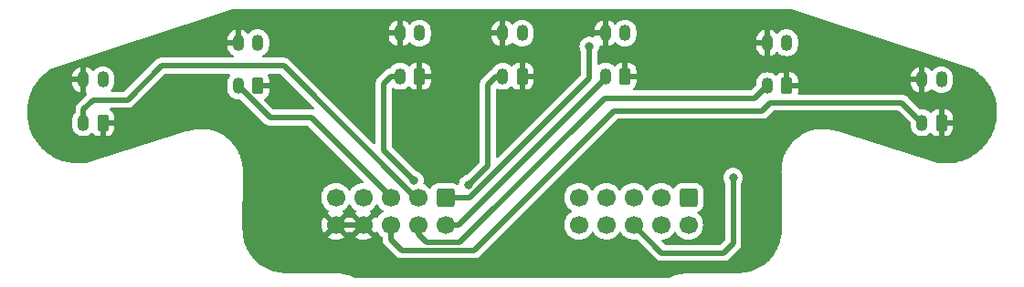
<source format=gbl>
%TF.GenerationSoftware,KiCad,Pcbnew,7.0.2*%
%TF.CreationDate,2023-11-09T20:28:48+01:00*%
%TF.ProjectId,Sensors,53656e73-6f72-4732-9e6b-696361645f70,rev?*%
%TF.SameCoordinates,Original*%
%TF.FileFunction,Copper,L2,Bot*%
%TF.FilePolarity,Positive*%
%FSLAX46Y46*%
G04 Gerber Fmt 4.6, Leading zero omitted, Abs format (unit mm)*
G04 Created by KiCad (PCBNEW 7.0.2) date 2023-11-09 20:28:48*
%MOMM*%
%LPD*%
G01*
G04 APERTURE LIST*
G04 Aperture macros list*
%AMRoundRect*
0 Rectangle with rounded corners*
0 $1 Rounding radius*
0 $2 $3 $4 $5 $6 $7 $8 $9 X,Y pos of 4 corners*
0 Add a 4 corners polygon primitive as box body*
4,1,4,$2,$3,$4,$5,$6,$7,$8,$9,$2,$3,0*
0 Add four circle primitives for the rounded corners*
1,1,$1+$1,$2,$3*
1,1,$1+$1,$4,$5*
1,1,$1+$1,$6,$7*
1,1,$1+$1,$8,$9*
0 Add four rect primitives between the rounded corners*
20,1,$1+$1,$2,$3,$4,$5,0*
20,1,$1+$1,$4,$5,$6,$7,0*
20,1,$1+$1,$6,$7,$8,$9,0*
20,1,$1+$1,$8,$9,$2,$3,0*%
G04 Aperture macros list end*
%TA.AperFunction,ComponentPad*%
%ADD10RoundRect,0.250000X-0.600000X0.600000X-0.600000X-0.600000X0.600000X-0.600000X0.600000X0.600000X0*%
%TD*%
%TA.AperFunction,ComponentPad*%
%ADD11C,1.700000*%
%TD*%
%TA.AperFunction,ComponentPad*%
%ADD12RoundRect,0.249700X0.300300X0.500300X-0.300300X0.500300X-0.300300X-0.500300X0.300300X-0.500300X0*%
%TD*%
%TA.AperFunction,ComponentPad*%
%ADD13O,1.100000X1.500000*%
%TD*%
%TA.AperFunction,ViaPad*%
%ADD14C,0.800000*%
%TD*%
%TA.AperFunction,Conductor*%
%ADD15C,0.500000*%
%TD*%
%ADD16C,0.350000*%
G04 APERTURE END LIST*
D10*
%TO.P,J2,1,Pin_1*%
%TO.N,+3V3*%
X144145000Y-91123000D03*
D11*
%TO.P,J2,2,Pin_2*%
%TO.N,A4_C*%
X144145000Y-93663000D03*
%TO.P,J2,3,Pin_3*%
%TO.N,A0_C*%
X141605000Y-91123000D03*
%TO.P,J2,4,Pin_4*%
%TO.N,A5_C*%
X141605000Y-93663000D03*
%TO.P,J2,5,Pin_5*%
%TO.N,A1_C*%
X139065000Y-91123000D03*
%TO.P,J2,6,Pin_6*%
%TO.N,A6_C*%
X139065000Y-93663000D03*
%TO.P,J2,7,Pin_7*%
%TO.N,A2_C*%
X136525000Y-91123000D03*
%TO.P,J2,8,Pin_8*%
%TO.N,GND*%
X136525000Y-93663000D03*
%TO.P,J2,9,Pin_9*%
%TO.N,A3_C*%
X133985000Y-91123000D03*
%TO.P,J2,10,Pin_10*%
%TO.N,GND*%
X133985000Y-93663000D03*
%TD*%
%TO.P,J4,10,Pin_10*%
%TO.N,GND1*%
X156520000Y-93660000D03*
%TO.P,J4,9,Pin_9*%
%TO.N,LD4_C*%
X156520000Y-91120000D03*
%TO.P,J4,8,Pin_8*%
%TO.N,GND1*%
X159060000Y-93660000D03*
%TO.P,J4,7,Pin_7*%
%TO.N,LD3_C*%
X159060000Y-91120000D03*
%TO.P,J4,6,Pin_6*%
%TO.N,GND1*%
X161600000Y-93660000D03*
%TO.P,J4,5,Pin_5*%
%TO.N,LD2_C*%
X161600000Y-91120000D03*
%TO.P,J4,4,Pin_4*%
%TO.N,LD6_C*%
X164140000Y-93660000D03*
%TO.P,J4,3,Pin_3*%
%TO.N,LD1_C*%
X164140000Y-91120000D03*
%TO.P,J4,2,Pin_2*%
%TO.N,LD5_C*%
X166680000Y-93660000D03*
D10*
%TO.P,J4,1,Pin_1*%
%TO.N,LD0_C*%
X166680000Y-91120000D03*
%TD*%
D12*
%TO.P,U4,1,K*%
%TO.N,GND*%
X151268000Y-79851000D03*
D13*
%TO.P,U4,2,A*%
%TO.N,Net-(U4-A)*%
X151268000Y-75851000D03*
%TO.P,U4,3,C*%
%TO.N,A3_C*%
X149468000Y-79851000D03*
%TO.P,U4,4,E*%
%TO.N,GND*%
X149468000Y-75851000D03*
%TD*%
D12*
%TO.P,U2,1,K*%
%TO.N,GND*%
X126757000Y-80740000D03*
D13*
%TO.P,U2,2,A*%
%TO.N,Net-(U2-A)*%
X126757000Y-76740000D03*
%TO.P,U2,3,C*%
%TO.N,A1_C*%
X124957000Y-80740000D03*
%TO.P,U2,4,E*%
%TO.N,GND*%
X124957000Y-76740000D03*
%TD*%
D12*
%TO.P,U7,1,K*%
%TO.N,GND*%
X190130000Y-84169000D03*
D13*
%TO.P,U7,2,A*%
%TO.N,Net-(U7-A)*%
X190130000Y-80169000D03*
%TO.P,U7,3,C*%
%TO.N,A6_C*%
X188330000Y-84169000D03*
%TO.P,U7,4,E*%
%TO.N,GND*%
X188330000Y-80169000D03*
%TD*%
D12*
%TO.P,U6,1,K*%
%TO.N,GND*%
X175779000Y-80740000D03*
D13*
%TO.P,U6,2,A*%
%TO.N,Net-(U6-A)*%
X175779000Y-76740000D03*
%TO.P,U6,3,C*%
%TO.N,A5_C*%
X173979000Y-80740000D03*
%TO.P,U6,4,E*%
%TO.N,GND*%
X173979000Y-76740000D03*
%TD*%
D12*
%TO.P,U1,1,K*%
%TO.N,GND*%
X112406000Y-84169000D03*
D13*
%TO.P,U1,2,A*%
%TO.N,Net-(U1-A)*%
X112406000Y-80169000D03*
%TO.P,U1,3,C*%
%TO.N,A0_C*%
X110606000Y-84169000D03*
%TO.P,U1,4,E*%
%TO.N,GND*%
X110606000Y-80169000D03*
%TD*%
D12*
%TO.P,U5,1,K*%
%TO.N,GND*%
X160793000Y-79851000D03*
D13*
%TO.P,U5,2,A*%
%TO.N,Net-(U5-A)*%
X160793000Y-75851000D03*
%TO.P,U5,3,C*%
%TO.N,A4_C*%
X158993000Y-79851000D03*
%TO.P,U5,4,E*%
%TO.N,GND*%
X158993000Y-75851000D03*
%TD*%
D12*
%TO.P,U3,1,K*%
%TO.N,GND*%
X141743000Y-79851000D03*
D13*
%TO.P,U3,2,A*%
%TO.N,Net-(U3-A)*%
X141743000Y-75851000D03*
%TO.P,U3,3,C*%
%TO.N,A2_C*%
X139943000Y-79851000D03*
%TO.P,U3,4,E*%
%TO.N,GND*%
X139943000Y-75851000D03*
%TD*%
D14*
%TO.N,GND1*%
X170815000Y-89281000D03*
%TO.N,+3V3*%
X157480000Y-77089000D03*
%TO.N,A2_C*%
X141224000Y-89535000D03*
%TO.N,A3_C*%
X146304000Y-89916000D03*
%TD*%
D15*
%TO.N,GND1*%
X161600000Y-93660000D02*
X164206000Y-96266000D01*
X164206000Y-96266000D02*
X169926000Y-96266000D01*
X170815000Y-95377000D02*
X170815000Y-89916000D01*
X169926000Y-96266000D02*
X170815000Y-95377000D01*
X170815000Y-89916000D02*
X170815000Y-89281000D01*
%TO.N,+3V3*%
X144145000Y-91123000D02*
X146367000Y-91123000D01*
X146367000Y-91123000D02*
X156337000Y-81153000D01*
X156337000Y-81153000D02*
X157480000Y-80010000D01*
X157480000Y-80010000D02*
X157480000Y-77089000D01*
%TO.N,A0_C*%
X110606000Y-82942000D02*
X110606000Y-84169000D01*
X141415000Y-91123000D02*
X129159000Y-78867000D01*
X129159000Y-78867000D02*
X117856000Y-78867000D01*
X141605000Y-91123000D02*
X141415000Y-91123000D01*
X114681000Y-82042000D02*
X111506000Y-82042000D01*
X111506000Y-82042000D02*
X110606000Y-82942000D01*
X117856000Y-78867000D02*
X114681000Y-82042000D01*
%TO.N,A1_C*%
X139065000Y-91059000D02*
X131699000Y-83693000D01*
X124957000Y-80761000D02*
X124957000Y-80740000D01*
X127889000Y-83693000D02*
X124957000Y-80761000D01*
X131699000Y-83693000D02*
X127889000Y-83693000D01*
X139065000Y-91123000D02*
X139065000Y-91059000D01*
%TO.N,A2_C*%
X138430000Y-86741000D02*
X138430000Y-80518000D01*
X141224000Y-89535000D02*
X138430000Y-86741000D01*
X138430000Y-80518000D02*
X139097000Y-79851000D01*
X139097000Y-79851000D02*
X139943000Y-79851000D01*
%TO.N,A3_C*%
X148082000Y-88138000D02*
X148082000Y-80645000D01*
X148876000Y-79851000D02*
X149468000Y-79851000D01*
X146304000Y-89916000D02*
X148082000Y-88138000D01*
X148082000Y-80645000D02*
X148876000Y-79851000D01*
%TO.N,A4_C*%
X145351000Y-93663000D02*
X158993000Y-80021000D01*
X144145000Y-93663000D02*
X145351000Y-93663000D01*
X158993000Y-80021000D02*
X158993000Y-79851000D01*
%TO.N,A5_C*%
X141605000Y-94488000D02*
X142429000Y-95312000D01*
X172804000Y-81915000D02*
X173979000Y-80740000D01*
X145480000Y-95312000D02*
X158877000Y-81915000D01*
X141605000Y-93663000D02*
X141605000Y-94488000D01*
X142429000Y-95312000D02*
X145480000Y-95312000D01*
X158877000Y-81915000D02*
X172804000Y-81915000D01*
%TO.N,A6_C*%
X146812000Y-96012000D02*
X159766000Y-83058000D01*
X174244000Y-82296000D02*
X186457000Y-82296000D01*
X159766000Y-83058000D02*
X173482000Y-83058000D01*
X139065000Y-93663000D02*
X139065000Y-94996000D01*
X139065000Y-94996000D02*
X140081000Y-96012000D01*
X173482000Y-83058000D02*
X174244000Y-82296000D01*
X186457000Y-82296000D02*
X188330000Y-84169000D01*
X140081000Y-96012000D02*
X146812000Y-96012000D01*
%TO.N,GND*%
X136525000Y-93663000D02*
X133985000Y-93663000D01*
%TD*%
%TA.AperFunction,Conductor*%
%TO.N,GND*%
G36*
X135339855Y-91789545D02*
G01*
X135356571Y-91808837D01*
X135486505Y-91994401D01*
X135653599Y-92161495D01*
X135839596Y-92291732D01*
X135883219Y-92346307D01*
X135890412Y-92415806D01*
X135858890Y-92478160D01*
X135839594Y-92494881D01*
X135763626Y-92548073D01*
X136392466Y-93176913D01*
X136382685Y-93178320D01*
X136251900Y-93238048D01*
X136143239Y-93332202D01*
X136065507Y-93453156D01*
X136041923Y-93533476D01*
X135410072Y-92901625D01*
X135410072Y-92901626D01*
X135356574Y-92978030D01*
X135301998Y-93021655D01*
X135232499Y-93028849D01*
X135170144Y-92997326D01*
X135153424Y-92978030D01*
X135099925Y-92901626D01*
X135099925Y-92901625D01*
X134468076Y-93533475D01*
X134444493Y-93453156D01*
X134366761Y-93332202D01*
X134258100Y-93238048D01*
X134127315Y-93178320D01*
X134117533Y-93176913D01*
X134746373Y-92548073D01*
X134746373Y-92548072D01*
X134670405Y-92494880D01*
X134626780Y-92440304D01*
X134619586Y-92370805D01*
X134651108Y-92308451D01*
X134670399Y-92291734D01*
X134856401Y-92161495D01*
X135023495Y-91994401D01*
X135153426Y-91808839D01*
X135208002Y-91765216D01*
X135277500Y-91758022D01*
X135339855Y-91789545D01*
G37*
%TD.AperFunction*%
%TA.AperFunction,Conductor*%
G36*
X137879855Y-91789545D02*
G01*
X137896571Y-91808837D01*
X138026505Y-91994401D01*
X138193599Y-92161495D01*
X138379160Y-92291426D01*
X138422783Y-92346002D01*
X138429976Y-92415501D01*
X138398454Y-92477855D01*
X138379158Y-92494575D01*
X138197884Y-92621505D01*
X138193595Y-92624508D01*
X138026508Y-92791595D01*
X138026505Y-92791598D01*
X138026505Y-92791599D01*
X137949465Y-92901625D01*
X137896270Y-92977595D01*
X137841693Y-93021219D01*
X137772194Y-93028412D01*
X137709840Y-92996890D01*
X137693120Y-92977595D01*
X137639925Y-92901626D01*
X137639925Y-92901625D01*
X137008076Y-93533475D01*
X136984493Y-93453156D01*
X136906761Y-93332202D01*
X136798100Y-93238048D01*
X136667315Y-93178320D01*
X136657533Y-93176913D01*
X137286373Y-92548073D01*
X137286373Y-92548072D01*
X137210405Y-92494880D01*
X137166780Y-92440304D01*
X137159586Y-92370805D01*
X137191108Y-92308451D01*
X137210399Y-92291734D01*
X137396401Y-92161495D01*
X137563495Y-91994401D01*
X137693426Y-91808839D01*
X137748002Y-91765216D01*
X137817500Y-91758022D01*
X137879855Y-91789545D01*
G37*
%TD.AperFunction*%
%TA.AperFunction,Conductor*%
G36*
X128863809Y-79637185D02*
G01*
X128884451Y-79653819D01*
X131983679Y-82753047D01*
X132017164Y-82814370D01*
X132012180Y-82884062D01*
X131970308Y-82939995D01*
X131904844Y-82964412D01*
X131870926Y-82962167D01*
X131863198Y-82960571D01*
X131859692Y-82959794D01*
X131785490Y-82942208D01*
X131766121Y-82940229D01*
X131689869Y-82942448D01*
X131686263Y-82942500D01*
X128251230Y-82942500D01*
X128184191Y-82922815D01*
X128163549Y-82906181D01*
X127366860Y-82109492D01*
X127333375Y-82048169D01*
X127338359Y-81978477D01*
X127380231Y-81922544D01*
X127389445Y-81916272D01*
X127525457Y-81832379D01*
X127649378Y-81708458D01*
X127741385Y-81559292D01*
X127796510Y-81392935D01*
X127806680Y-81293388D01*
X127807000Y-81287110D01*
X127807000Y-80990000D01*
X127002581Y-80990000D01*
X127054060Y-80934079D01*
X127100982Y-80827108D01*
X127110628Y-80710698D01*
X127081953Y-80597462D01*
X127018064Y-80499673D01*
X127005636Y-80490000D01*
X127807000Y-80490000D01*
X127807000Y-80192889D01*
X127806680Y-80186611D01*
X127796510Y-80087064D01*
X127741385Y-79920707D01*
X127671001Y-79806597D01*
X127652561Y-79739204D01*
X127673484Y-79672541D01*
X127727125Y-79627771D01*
X127776540Y-79617500D01*
X128796770Y-79617500D01*
X128863809Y-79637185D01*
G37*
%TD.AperFunction*%
%TA.AperFunction,Conductor*%
G36*
X176159613Y-73630140D02*
G01*
X192961073Y-79087124D01*
X192991614Y-79101928D01*
X193264729Y-79284265D01*
X193323943Y-79323922D01*
X193332554Y-79330244D01*
X193534135Y-79492149D01*
X193549621Y-79504699D01*
X193657477Y-79592110D01*
X193665249Y-79598967D01*
X193839273Y-79765927D01*
X193965708Y-79889022D01*
X193972585Y-79896280D01*
X194126449Y-80072382D01*
X194246159Y-80212268D01*
X194252132Y-80219824D01*
X194387584Y-80405561D01*
X194496582Y-80559246D01*
X194501656Y-80567000D01*
X194619023Y-80761873D01*
X194714987Y-80927188D01*
X194719176Y-80935041D01*
X194818271Y-81138067D01*
X194899628Y-81313140D01*
X194902955Y-81320998D01*
X194982945Y-81529660D01*
X194983893Y-81532218D01*
X195049043Y-81714039D01*
X195051548Y-81721829D01*
X195112626Y-81935795D01*
X195113438Y-81938778D01*
X195162030Y-82126628D01*
X195163748Y-82134257D01*
X195205653Y-82352090D01*
X195206259Y-82355492D01*
X195237699Y-82547641D01*
X195238681Y-82555032D01*
X195261229Y-82775226D01*
X195261556Y-82778987D01*
X195272281Y-82929286D01*
X195275449Y-82973675D01*
X195275751Y-82980761D01*
X195278852Y-83201693D01*
X195278840Y-83205876D01*
X195274988Y-83401386D01*
X195274673Y-83408108D01*
X195258365Y-83628158D01*
X195257946Y-83632685D01*
X195236328Y-83827273D01*
X195235463Y-83833579D01*
X195199904Y-84051184D01*
X195199016Y-84056014D01*
X195159783Y-84247991D01*
X195158439Y-84253840D01*
X195103923Y-84467348D01*
X195102510Y-84472430D01*
X195045981Y-84660126D01*
X195044233Y-84665485D01*
X194971173Y-84873345D01*
X194969183Y-84878620D01*
X194895843Y-85060408D01*
X194893766Y-85065257D01*
X194802698Y-85265935D01*
X194800086Y-85271339D01*
X194710573Y-85445647D01*
X194708244Y-85449969D01*
X194599841Y-85641953D01*
X194596570Y-85647414D01*
X194491695Y-85812719D01*
X194489189Y-85816513D01*
X194364209Y-85998403D01*
X194360250Y-86003843D01*
X194240951Y-86158739D01*
X194238343Y-86162010D01*
X194097674Y-86332436D01*
X194093005Y-86337774D01*
X193960407Y-86480899D01*
X193957768Y-86483661D01*
X193802377Y-86641354D01*
X193796986Y-86646505D01*
X193652298Y-86776672D01*
X193649697Y-86778947D01*
X193480654Y-86922706D01*
X193474540Y-86927582D01*
X193319134Y-87043692D01*
X193316634Y-87045512D01*
X193135087Y-87174227D01*
X193128259Y-87178737D01*
X192963712Y-87279787D01*
X192961372Y-87281189D01*
X192768393Y-87393930D01*
X192760869Y-87397984D01*
X192587891Y-87483640D01*
X192383540Y-87580024D01*
X192375361Y-87583528D01*
X192197089Y-87652437D01*
X191983577Y-87731030D01*
X191974769Y-87733902D01*
X191793647Y-87785574D01*
X191571702Y-87845735D01*
X191562316Y-87847891D01*
X191381442Y-87882108D01*
X191151218Y-87923214D01*
X191141315Y-87924573D01*
X190965645Y-87941494D01*
X190725441Y-87962851D01*
X190715091Y-87963336D01*
X190556432Y-87964142D01*
X190297796Y-87964316D01*
X190287079Y-87963859D01*
X190217790Y-87957895D01*
X189885259Y-87928780D01*
X189859005Y-87923582D01*
X180511927Y-84995330D01*
X180505923Y-84993279D01*
X180338481Y-84931252D01*
X180338469Y-84931248D01*
X180335707Y-84930225D01*
X180332849Y-84929466D01*
X180332846Y-84929465D01*
X180131122Y-84875891D01*
X180125729Y-84874327D01*
X180051134Y-84850852D01*
X180033931Y-84850079D01*
X179982787Y-84836496D01*
X179982781Y-84836494D01*
X179979928Y-84835737D01*
X179977003Y-84835251D01*
X179977000Y-84835251D01*
X179748037Y-84797259D01*
X179743109Y-84796339D01*
X179675954Y-84782385D01*
X179662559Y-84783076D01*
X179619686Y-84775962D01*
X179619682Y-84775961D01*
X179616780Y-84775480D01*
X179613862Y-84775277D01*
X179613849Y-84775276D01*
X179355284Y-84757336D01*
X179350876Y-84756951D01*
X179295842Y-84751153D01*
X179286410Y-84752557D01*
X179252492Y-84750203D01*
X179252469Y-84750202D01*
X179249551Y-84750000D01*
X179246606Y-84750076D01*
X179246596Y-84750076D01*
X178955060Y-84757624D01*
X178951226Y-84757664D01*
X178914413Y-84757478D01*
X178909045Y-84758815D01*
X178884515Y-84759450D01*
X178884504Y-84759450D01*
X178881561Y-84759527D01*
X178878655Y-84759880D01*
X178878634Y-84759882D01*
X178548684Y-84800016D01*
X178545464Y-84800365D01*
X178535387Y-84801324D01*
X178534056Y-84801795D01*
X178519068Y-84803618D01*
X178519045Y-84803621D01*
X178516142Y-84803975D01*
X178513279Y-84804603D01*
X178513266Y-84804606D01*
X178159493Y-84882306D01*
X178159485Y-84882308D01*
X178156599Y-84882942D01*
X178153788Y-84883846D01*
X178153783Y-84883848D01*
X177808985Y-84994813D01*
X177808981Y-84994814D01*
X177806186Y-84995714D01*
X177803509Y-84996866D01*
X177803486Y-84996875D01*
X177470775Y-85140105D01*
X177470768Y-85140108D01*
X177468072Y-85141269D01*
X177465501Y-85142678D01*
X177465491Y-85142684D01*
X177147897Y-85316877D01*
X177147880Y-85316886D01*
X177145319Y-85318292D01*
X177142895Y-85319938D01*
X177142882Y-85319947D01*
X176843289Y-85523518D01*
X176843270Y-85523531D01*
X176840845Y-85525180D01*
X176838579Y-85527057D01*
X176838568Y-85527066D01*
X176608382Y-85717818D01*
X176557406Y-85760061D01*
X176555339Y-85762134D01*
X176555326Y-85762147D01*
X176299656Y-86018712D01*
X176299649Y-86018719D01*
X176297566Y-86020810D01*
X176295693Y-86023085D01*
X176295686Y-86023094D01*
X176181385Y-86162010D01*
X176063676Y-86305068D01*
X176062030Y-86307507D01*
X176062026Y-86307514D01*
X175859502Y-86607818D01*
X175859493Y-86607831D01*
X175857854Y-86610263D01*
X175856452Y-86612840D01*
X175856445Y-86612852D01*
X175683371Y-86931038D01*
X175683366Y-86931046D01*
X175681960Y-86933633D01*
X175680808Y-86936332D01*
X175680803Y-86936345D01*
X175674881Y-86950234D01*
X175674173Y-86951093D01*
X175670343Y-86960772D01*
X175669110Y-86963771D01*
X175538738Y-87269549D01*
X175538732Y-87269564D01*
X175537586Y-87272253D01*
X175536703Y-87275029D01*
X175536697Y-87275046D01*
X175529258Y-87298444D01*
X175526806Y-87302078D01*
X175516408Y-87338659D01*
X175515303Y-87342329D01*
X175426936Y-87620237D01*
X175426930Y-87620256D01*
X175426040Y-87623058D01*
X175425417Y-87625938D01*
X175425418Y-87625938D01*
X175418238Y-87659182D01*
X175414628Y-87665814D01*
X175404515Y-87722347D01*
X175403660Y-87726679D01*
X175348329Y-87982875D01*
X175347984Y-87985791D01*
X175347982Y-87985807D01*
X175342886Y-88028963D01*
X175338721Y-88038727D01*
X175333214Y-88110010D01*
X175332726Y-88115000D01*
X175305503Y-88345518D01*
X175305501Y-88345536D01*
X175305158Y-88348447D01*
X175305092Y-88351387D01*
X175305092Y-88351390D01*
X175303907Y-88404312D01*
X175299786Y-88417264D01*
X175301655Y-88499191D01*
X175301656Y-88504793D01*
X175298924Y-88626819D01*
X175296917Y-88716467D01*
X175297130Y-88719397D01*
X175297131Y-88719411D01*
X175309980Y-88895632D01*
X175310308Y-88904403D01*
X175320694Y-94133210D01*
X175320562Y-94139183D01*
X175312712Y-94308961D01*
X175303034Y-94505967D01*
X175301994Y-94517013D01*
X175276537Y-94699509D01*
X175249252Y-94883442D01*
X175247301Y-94893633D01*
X175204517Y-95075544D01*
X175159805Y-95254045D01*
X175157095Y-95263313D01*
X175097687Y-95440564D01*
X175096866Y-95442933D01*
X175035511Y-95614407D01*
X175032194Y-95622719D01*
X174956486Y-95794180D01*
X174955147Y-95797109D01*
X174877491Y-95961302D01*
X174873725Y-95968625D01*
X174782371Y-96132635D01*
X174780400Y-96136045D01*
X174687199Y-96291542D01*
X174683140Y-96297870D01*
X174576942Y-96452899D01*
X174574241Y-96456689D01*
X174466335Y-96602184D01*
X174462135Y-96607534D01*
X174342051Y-96752147D01*
X174338535Y-96756199D01*
X174328485Y-96767288D01*
X174216917Y-96890383D01*
X174212720Y-96894790D01*
X174079790Y-97027720D01*
X174075383Y-97031917D01*
X173941204Y-97153531D01*
X173937147Y-97157051D01*
X173792534Y-97277135D01*
X173787184Y-97281335D01*
X173641689Y-97389241D01*
X173637899Y-97391942D01*
X173482870Y-97498140D01*
X173476542Y-97502199D01*
X173321045Y-97595400D01*
X173317635Y-97597371D01*
X173153625Y-97688725D01*
X173146302Y-97692491D01*
X172982109Y-97770147D01*
X172979180Y-97771486D01*
X172807719Y-97847194D01*
X172799407Y-97850511D01*
X172627933Y-97911866D01*
X172625564Y-97912687D01*
X172448317Y-97972094D01*
X172439041Y-97974806D01*
X172260546Y-98019517D01*
X172078631Y-98062302D01*
X172068445Y-98064252D01*
X171884510Y-98091537D01*
X171702011Y-98116994D01*
X171690968Y-98118034D01*
X171494137Y-98127704D01*
X171324094Y-98135565D01*
X171318291Y-98135697D01*
X166806500Y-98132900D01*
X166806000Y-98132900D01*
X166621046Y-98132900D01*
X166618187Y-98133164D01*
X166618185Y-98133165D01*
X166403550Y-98153054D01*
X166398193Y-98153434D01*
X166322178Y-98157168D01*
X166306926Y-98162007D01*
X166255574Y-98166766D01*
X166255572Y-98166766D01*
X166252715Y-98167031D01*
X166249904Y-98167556D01*
X166249893Y-98167558D01*
X166007718Y-98212829D01*
X166003128Y-98213598D01*
X165941297Y-98222769D01*
X165930867Y-98227194D01*
X165891927Y-98234473D01*
X165891896Y-98234480D01*
X165889105Y-98235002D01*
X165707834Y-98286578D01*
X165613198Y-98313504D01*
X165609396Y-98314520D01*
X165568398Y-98324790D01*
X165562676Y-98327878D01*
X165533318Y-98336232D01*
X165530661Y-98337261D01*
X165530650Y-98337265D01*
X165219954Y-98457629D01*
X165216937Y-98458752D01*
X165206914Y-98462338D01*
X165205694Y-98463153D01*
X165191052Y-98468825D01*
X165191034Y-98468832D01*
X165188388Y-98469858D01*
X165185843Y-98471125D01*
X165185830Y-98471131D01*
X165049532Y-98539000D01*
X164994260Y-98552000D01*
X135661740Y-98552000D01*
X135606468Y-98539000D01*
X135470169Y-98471131D01*
X135470164Y-98471129D01*
X135467612Y-98469858D01*
X135464961Y-98468831D01*
X135464952Y-98468827D01*
X135450307Y-98463154D01*
X135449385Y-98462445D01*
X135439063Y-98458752D01*
X135436046Y-98457629D01*
X135125349Y-98337265D01*
X135125345Y-98337263D01*
X135122682Y-98336232D01*
X135093323Y-98327878D01*
X135088974Y-98325134D01*
X135046606Y-98314522D01*
X135042802Y-98313504D01*
X134769647Y-98235785D01*
X134769646Y-98235784D01*
X134766895Y-98235002D01*
X134764103Y-98234480D01*
X134764073Y-98234473D01*
X134725132Y-98227194D01*
X134717143Y-98223131D01*
X134652872Y-98213598D01*
X134648282Y-98212829D01*
X134406106Y-98167558D01*
X134406098Y-98167557D01*
X134403285Y-98167031D01*
X134398848Y-98166619D01*
X134349074Y-98162007D01*
X134337321Y-98157339D01*
X134257805Y-98153433D01*
X134252449Y-98153053D01*
X134037814Y-98133165D01*
X134037813Y-98133164D01*
X134034954Y-98132900D01*
X133850000Y-98132900D01*
X133849500Y-98132900D01*
X129346969Y-98138868D01*
X129341082Y-98138736D01*
X129171212Y-98130888D01*
X128974245Y-98121217D01*
X128963197Y-98120177D01*
X128780750Y-98094731D01*
X128596785Y-98067448D01*
X128586592Y-98065497D01*
X128404642Y-98022707D01*
X128226169Y-97978005D01*
X128216902Y-97975296D01*
X128039645Y-97915890D01*
X128037276Y-97915069D01*
X127865791Y-97853714D01*
X127857478Y-97850397D01*
X127685990Y-97774680D01*
X127683060Y-97773340D01*
X127518921Y-97695711D01*
X127511598Y-97691946D01*
X127347572Y-97600587D01*
X127344162Y-97598616D01*
X127188635Y-97505398D01*
X127182307Y-97501340D01*
X127027278Y-97395144D01*
X127023524Y-97392467D01*
X126878018Y-97284553D01*
X126872668Y-97280353D01*
X126728033Y-97160251D01*
X126723976Y-97156731D01*
X126589803Y-97035124D01*
X126585395Y-97030927D01*
X126452471Y-96898003D01*
X126448274Y-96893595D01*
X126326667Y-96759422D01*
X126323147Y-96755365D01*
X126203045Y-96610730D01*
X126198845Y-96605380D01*
X126118938Y-96497637D01*
X126090916Y-96459853D01*
X126088269Y-96456142D01*
X125982047Y-96301074D01*
X125978000Y-96294763D01*
X125884782Y-96139236D01*
X125882811Y-96135826D01*
X125856250Y-96088139D01*
X125791452Y-95971800D01*
X125787687Y-95964477D01*
X125734715Y-95852472D01*
X125710052Y-95800325D01*
X125708718Y-95797408D01*
X125706425Y-95792214D01*
X125632994Y-95625904D01*
X125629684Y-95617607D01*
X125629078Y-95615914D01*
X125568318Y-95446092D01*
X125567539Y-95443845D01*
X125508098Y-95266484D01*
X125505391Y-95257224D01*
X125501253Y-95240704D01*
X125460690Y-95078750D01*
X125459936Y-95075544D01*
X125417892Y-94896767D01*
X125415955Y-94886638D01*
X125388668Y-94702649D01*
X125383568Y-94666083D01*
X125363215Y-94520154D01*
X125362184Y-94509185D01*
X125352518Y-94312352D01*
X125344663Y-94142320D01*
X125344532Y-94136427D01*
X125354914Y-88908851D01*
X125355240Y-88900132D01*
X125368400Y-88719645D01*
X125363659Y-88508000D01*
X125363661Y-88502393D01*
X125365462Y-88424232D01*
X125361406Y-88407444D01*
X125361336Y-88404312D01*
X125360156Y-88351622D01*
X125332579Y-88118121D01*
X125332095Y-88113161D01*
X125326813Y-88044799D01*
X125322423Y-88032125D01*
X125316982Y-87986046D01*
X125261643Y-87729827D01*
X125260788Y-87725493D01*
X125251042Y-87671015D01*
X125247068Y-87662343D01*
X125239268Y-87626227D01*
X125149984Y-87345443D01*
X125148890Y-87341808D01*
X125138825Y-87306398D01*
X125136049Y-87301615D01*
X125128613Y-87278230D01*
X125128604Y-87278208D01*
X125127718Y-87275419D01*
X124996169Y-86966885D01*
X124994938Y-86963889D01*
X124991234Y-86954530D01*
X124990416Y-86953389D01*
X124984504Y-86939524D01*
X124984497Y-86939511D01*
X124983341Y-86936798D01*
X124843217Y-86679193D01*
X124808851Y-86616014D01*
X124808848Y-86616009D01*
X124807443Y-86613426D01*
X124601616Y-86308230D01*
X124367721Y-86023972D01*
X124107877Y-85763223D01*
X123968123Y-85647414D01*
X123826710Y-85530230D01*
X123826701Y-85530223D01*
X123824432Y-85528343D01*
X123821996Y-85526688D01*
X123821991Y-85526684D01*
X123522400Y-85323118D01*
X123522399Y-85323117D01*
X123519954Y-85321456D01*
X123197195Y-85144436D01*
X123168655Y-85132150D01*
X122861794Y-85000052D01*
X122861782Y-85000047D01*
X122859077Y-84998883D01*
X122856259Y-84997976D01*
X122856256Y-84997975D01*
X122511465Y-84887017D01*
X122511464Y-84887016D01*
X122508659Y-84886114D01*
X122505797Y-84885485D01*
X122505788Y-84885483D01*
X122151983Y-84807781D01*
X122151972Y-84807779D01*
X122149112Y-84807151D01*
X122146205Y-84806797D01*
X122146179Y-84806793D01*
X122131197Y-84804971D01*
X122130175Y-84804530D01*
X122119819Y-84803545D01*
X122116600Y-84803196D01*
X121786607Y-84763061D01*
X121786588Y-84763059D01*
X121783689Y-84762707D01*
X121780764Y-84762631D01*
X121780733Y-84762629D01*
X121756199Y-84761994D01*
X121752029Y-84760651D01*
X121714011Y-84760843D01*
X121710180Y-84760804D01*
X121418649Y-84753261D01*
X121418640Y-84753261D01*
X121415696Y-84753185D01*
X121378829Y-84755743D01*
X121371459Y-84754123D01*
X121314362Y-84760139D01*
X121309955Y-84760523D01*
X121051423Y-84778464D01*
X121051409Y-84778465D01*
X121048464Y-84778670D01*
X121045561Y-84779151D01*
X121045533Y-84779155D01*
X121002677Y-84786267D01*
X120992144Y-84784984D01*
X120922159Y-84799527D01*
X120917231Y-84800447D01*
X120688222Y-84838450D01*
X120688213Y-84838451D01*
X120685314Y-84838933D01*
X120682467Y-84839689D01*
X120682463Y-84839690D01*
X120631310Y-84853276D01*
X120617720Y-84852922D01*
X120539537Y-84877519D01*
X120534156Y-84879079D01*
X120344450Y-84929465D01*
X120329533Y-84933427D01*
X120326776Y-84934448D01*
X120326758Y-84934454D01*
X120159954Y-84996246D01*
X120153880Y-84998319D01*
X110796920Y-87923613D01*
X110770736Y-87928789D01*
X110398934Y-87961343D01*
X110369671Y-87963867D01*
X110358935Y-87964325D01*
X110084420Y-87964140D01*
X109941715Y-87963415D01*
X109931363Y-87962930D01*
X109681201Y-87940685D01*
X109515523Y-87924728D01*
X109505617Y-87923368D01*
X109268121Y-87880962D01*
X109094522Y-87848121D01*
X109085135Y-87845964D01*
X108857537Y-87784271D01*
X108682062Y-87734210D01*
X108673264Y-87731340D01*
X108455080Y-87651025D01*
X108281497Y-87583929D01*
X108273321Y-87580426D01*
X108064982Y-87482160D01*
X107958958Y-87429659D01*
X107895965Y-87398466D01*
X107888467Y-87394425D01*
X107692047Y-87279674D01*
X107689707Y-87278272D01*
X107528586Y-87179326D01*
X107521757Y-87174815D01*
X107337237Y-87043991D01*
X107334737Y-87042172D01*
X107182275Y-86928260D01*
X107176162Y-86923384D01*
X107004546Y-86777436D01*
X107001945Y-86775161D01*
X106895270Y-86679193D01*
X106859811Y-86647292D01*
X106854426Y-86642147D01*
X106825559Y-86612852D01*
X106696749Y-86482131D01*
X106694158Y-86479420D01*
X106563745Y-86338654D01*
X106559094Y-86333336D01*
X106416442Y-86160505D01*
X106413834Y-86157235D01*
X106296483Y-86004868D01*
X106292541Y-85999453D01*
X106165782Y-85814972D01*
X106163342Y-85811277D01*
X106060103Y-85648550D01*
X106056836Y-85643095D01*
X105946975Y-85448528D01*
X105944645Y-85444205D01*
X105898006Y-85353385D01*
X105856517Y-85272592D01*
X105853918Y-85267214D01*
X105761610Y-85063800D01*
X105759566Y-85059028D01*
X105712439Y-84942217D01*
X105687359Y-84880050D01*
X105685369Y-84874776D01*
X105611324Y-84664115D01*
X105609576Y-84658755D01*
X105584331Y-84574932D01*
X105553916Y-84473940D01*
X105552530Y-84468962D01*
X105540184Y-84420608D01*
X109555500Y-84420608D01*
X109555797Y-84423626D01*
X109555798Y-84423641D01*
X109570699Y-84574932D01*
X109596542Y-84660126D01*
X109630740Y-84772863D01*
X109630769Y-84772956D01*
X109664732Y-84836496D01*
X109728315Y-84955450D01*
X109764919Y-85000052D01*
X109859589Y-85115410D01*
X109893535Y-85143268D01*
X110019550Y-85246685D01*
X110202046Y-85344232D01*
X110400066Y-85404300D01*
X110606000Y-85424583D01*
X110811934Y-85404300D01*
X111009954Y-85344232D01*
X111192450Y-85246685D01*
X111341971Y-85123976D01*
X111406278Y-85096665D01*
X111475145Y-85108456D01*
X111508315Y-85132150D01*
X111637544Y-85261379D01*
X111786707Y-85353385D01*
X111953064Y-85408510D01*
X112052611Y-85418680D01*
X112058889Y-85419000D01*
X112156000Y-85419000D01*
X112156000Y-84417938D01*
X112237115Y-84481072D01*
X112347595Y-84519000D01*
X112435005Y-84519000D01*
X112521216Y-84504614D01*
X112623947Y-84449019D01*
X112651581Y-84419000D01*
X112656000Y-84419000D01*
X112656000Y-85419000D01*
X112753111Y-85419000D01*
X112759388Y-85418680D01*
X112858935Y-85408510D01*
X113025292Y-85353385D01*
X113174458Y-85261378D01*
X113298378Y-85137458D01*
X113390385Y-84988292D01*
X113445510Y-84821935D01*
X113455680Y-84722388D01*
X113456000Y-84716110D01*
X113456000Y-84419000D01*
X112656000Y-84419000D01*
X112651581Y-84419000D01*
X112703060Y-84363079D01*
X112749982Y-84256108D01*
X112759628Y-84139698D01*
X112730953Y-84026462D01*
X112667064Y-83928673D01*
X112654636Y-83919000D01*
X113456000Y-83919000D01*
X113456000Y-83621889D01*
X113455680Y-83615611D01*
X113445510Y-83516064D01*
X113390385Y-83349707D01*
X113298378Y-83200541D01*
X113174458Y-83076621D01*
X113085966Y-83022039D01*
X113039242Y-82970091D01*
X113028019Y-82901128D01*
X113055863Y-82837046D01*
X113113932Y-82798190D01*
X113151063Y-82792500D01*
X114617294Y-82792500D01*
X114635264Y-82793809D01*
X114639320Y-82794402D01*
X114659023Y-82797289D01*
X114708368Y-82792972D01*
X114719176Y-82792500D01*
X114721100Y-82792500D01*
X114724709Y-82792500D01*
X114755550Y-82788894D01*
X114759031Y-82788539D01*
X114833797Y-82781999D01*
X114833797Y-82781998D01*
X114835052Y-82781889D01*
X114854062Y-82777674D01*
X114855250Y-82777241D01*
X114855255Y-82777241D01*
X114925820Y-82751557D01*
X114929095Y-82750419D01*
X115000334Y-82726814D01*
X115000336Y-82726812D01*
X115001536Y-82726415D01*
X115019063Y-82717929D01*
X115020112Y-82717238D01*
X115020117Y-82717237D01*
X115082806Y-82676005D01*
X115085798Y-82674099D01*
X115149656Y-82634712D01*
X115149656Y-82634711D01*
X115150729Y-82634050D01*
X115165824Y-82621753D01*
X115166692Y-82620832D01*
X115166696Y-82620830D01*
X115218184Y-82566254D01*
X115220630Y-82563736D01*
X118130548Y-79653819D01*
X118191872Y-79620334D01*
X118218230Y-79617500D01*
X124092927Y-79617500D01*
X124159966Y-79637185D01*
X124205721Y-79689989D01*
X124215665Y-79759147D01*
X124188781Y-79820164D01*
X124079314Y-79953551D01*
X123981769Y-80136043D01*
X123921699Y-80334067D01*
X123906798Y-80485358D01*
X123906797Y-80485374D01*
X123906500Y-80488392D01*
X123906500Y-80991608D01*
X123906797Y-80994626D01*
X123906798Y-80994641D01*
X123921699Y-81145932D01*
X123926472Y-81161666D01*
X123974804Y-81320998D01*
X123981769Y-81343956D01*
X124015506Y-81407073D01*
X124079315Y-81526450D01*
X124094949Y-81545500D01*
X124210589Y-81686410D01*
X124278513Y-81742153D01*
X124370550Y-81817685D01*
X124553046Y-81915232D01*
X124751066Y-81975300D01*
X124957000Y-81995583D01*
X125056320Y-81985800D01*
X125124964Y-81998818D01*
X125156154Y-82021522D01*
X127313267Y-84178634D01*
X127325048Y-84192266D01*
X127339390Y-84211530D01*
X127377339Y-84243373D01*
X127385314Y-84250681D01*
X127389223Y-84254590D01*
X127392055Y-84256829D01*
X127392065Y-84256838D01*
X127413542Y-84273819D01*
X127416298Y-84276063D01*
X127473786Y-84324302D01*
X127473788Y-84324303D01*
X127474757Y-84325116D01*
X127491177Y-84335576D01*
X127492321Y-84336109D01*
X127492323Y-84336111D01*
X127560357Y-84367835D01*
X127563456Y-84369335D01*
X127630567Y-84403040D01*
X127631704Y-84403611D01*
X127650084Y-84409998D01*
X127651321Y-84410253D01*
X127651327Y-84410256D01*
X127724862Y-84425439D01*
X127728209Y-84426181D01*
X127801279Y-84443500D01*
X127801281Y-84443500D01*
X127802505Y-84443790D01*
X127821876Y-84445769D01*
X127823140Y-84445732D01*
X127823144Y-84445733D01*
X127898110Y-84443552D01*
X127901716Y-84443500D01*
X131336770Y-84443500D01*
X131403809Y-84463185D01*
X131424451Y-84479819D01*
X134051134Y-87106502D01*
X136508898Y-89564265D01*
X136542383Y-89625588D01*
X136537399Y-89695280D01*
X136495527Y-89751213D01*
X136432025Y-89775474D01*
X136289592Y-89787936D01*
X136061336Y-89849097D01*
X135847170Y-89948965D01*
X135653598Y-90084505D01*
X135486505Y-90251598D01*
X135356575Y-90437159D01*
X135301998Y-90480784D01*
X135232500Y-90487978D01*
X135170145Y-90456455D01*
X135153425Y-90437159D01*
X135104441Y-90367203D01*
X135023495Y-90251599D01*
X134856401Y-90084505D01*
X134662830Y-89948965D01*
X134448663Y-89849097D01*
X134370968Y-89828279D01*
X134220407Y-89787936D01*
X133985000Y-89767340D01*
X133749592Y-89787936D01*
X133521336Y-89849097D01*
X133307170Y-89948965D01*
X133113598Y-90084505D01*
X132946505Y-90251598D01*
X132810965Y-90445170D01*
X132711097Y-90659336D01*
X132649936Y-90887592D01*
X132629340Y-91123000D01*
X132649936Y-91358407D01*
X132694709Y-91525501D01*
X132711097Y-91586663D01*
X132810965Y-91800830D01*
X132946505Y-91994401D01*
X133113599Y-92161495D01*
X133299596Y-92291732D01*
X133343219Y-92346307D01*
X133350412Y-92415806D01*
X133318890Y-92478160D01*
X133299594Y-92494881D01*
X133223626Y-92548073D01*
X133852466Y-93176913D01*
X133842685Y-93178320D01*
X133711900Y-93238048D01*
X133603239Y-93332202D01*
X133525507Y-93453156D01*
X133501923Y-93533475D01*
X132870073Y-92901625D01*
X132870072Y-92901625D01*
X132811399Y-92985422D01*
X132711569Y-93199507D01*
X132650430Y-93427681D01*
X132629842Y-93663000D01*
X132650430Y-93898318D01*
X132711569Y-94126492D01*
X132811400Y-94340580D01*
X132870073Y-94424373D01*
X133501923Y-93792523D01*
X133525507Y-93872844D01*
X133603239Y-93993798D01*
X133711900Y-94087952D01*
X133842685Y-94147680D01*
X133852466Y-94149086D01*
X133223625Y-94777925D01*
X133307420Y-94836599D01*
X133521507Y-94936430D01*
X133749681Y-94997569D01*
X133985000Y-95018157D01*
X134220318Y-94997569D01*
X134448492Y-94936430D01*
X134662576Y-94836600D01*
X134746373Y-94777925D01*
X134117533Y-94149086D01*
X134127315Y-94147680D01*
X134258100Y-94087952D01*
X134366761Y-93993798D01*
X134444493Y-93872844D01*
X134468076Y-93792524D01*
X135099925Y-94424373D01*
X135153424Y-94347969D01*
X135208001Y-94304344D01*
X135277499Y-94297150D01*
X135339854Y-94328673D01*
X135356574Y-94347969D01*
X135410072Y-94424373D01*
X135410073Y-94424373D01*
X136041923Y-93792523D01*
X136065507Y-93872844D01*
X136143239Y-93993798D01*
X136251900Y-94087952D01*
X136382685Y-94147680D01*
X136392466Y-94149086D01*
X135763625Y-94777925D01*
X135847420Y-94836599D01*
X136061507Y-94936430D01*
X136289681Y-94997569D01*
X136524999Y-95018157D01*
X136760318Y-94997569D01*
X136988492Y-94936430D01*
X137202576Y-94836600D01*
X137286373Y-94777925D01*
X136657533Y-94149086D01*
X136667315Y-94147680D01*
X136798100Y-94087952D01*
X136906761Y-93993798D01*
X136984493Y-93872844D01*
X137008076Y-93792524D01*
X137639925Y-94424373D01*
X137693119Y-94348405D01*
X137747696Y-94304780D01*
X137817194Y-94297586D01*
X137879549Y-94329109D01*
X137896265Y-94348400D01*
X138026505Y-94534401D01*
X138026507Y-94534403D01*
X138026508Y-94534404D01*
X138193596Y-94701493D01*
X138193599Y-94701495D01*
X138261623Y-94749125D01*
X138305248Y-94803700D01*
X138314500Y-94850700D01*
X138314500Y-94932294D01*
X138313191Y-94950264D01*
X138309711Y-94974023D01*
X138314028Y-95023368D01*
X138314500Y-95034175D01*
X138314500Y-95039709D01*
X138314916Y-95043272D01*
X138314917Y-95043282D01*
X138318098Y-95070496D01*
X138318464Y-95074082D01*
X138325109Y-95150041D01*
X138329329Y-95169071D01*
X138329758Y-95170251D01*
X138329759Y-95170255D01*
X138355413Y-95240742D01*
X138356582Y-95244107D01*
X138380580Y-95316524D01*
X138389075Y-95334072D01*
X138430979Y-95397784D01*
X138432889Y-95400782D01*
X138472288Y-95464656D01*
X138472952Y-95465732D01*
X138485253Y-95480830D01*
X138486168Y-95481693D01*
X138486170Y-95481696D01*
X138522000Y-95515500D01*
X138540708Y-95533150D01*
X138543295Y-95535663D01*
X139505269Y-96497637D01*
X139517051Y-96511270D01*
X139531390Y-96530531D01*
X139569338Y-96562373D01*
X139577313Y-96569681D01*
X139581223Y-96573591D01*
X139605556Y-96592830D01*
X139608335Y-96595095D01*
X139666752Y-96644113D01*
X139683179Y-96654578D01*
X139752320Y-96686819D01*
X139755567Y-96688391D01*
X139823699Y-96722609D01*
X139842087Y-96729000D01*
X139843323Y-96729255D01*
X139843327Y-96729257D01*
X139916895Y-96744447D01*
X139920242Y-96745189D01*
X139993279Y-96762500D01*
X139993281Y-96762500D01*
X139994509Y-96762791D01*
X140013878Y-96764770D01*
X140015140Y-96764733D01*
X140015144Y-96764734D01*
X140087533Y-96762627D01*
X140090131Y-96762552D01*
X140093737Y-96762500D01*
X146748294Y-96762500D01*
X146766264Y-96763809D01*
X146770320Y-96764402D01*
X146790023Y-96767289D01*
X146839368Y-96762972D01*
X146850176Y-96762500D01*
X146852100Y-96762500D01*
X146855709Y-96762500D01*
X146886550Y-96758894D01*
X146890031Y-96758539D01*
X146964797Y-96751999D01*
X146964797Y-96751998D01*
X146966052Y-96751889D01*
X146985062Y-96747674D01*
X146986250Y-96747241D01*
X146986255Y-96747241D01*
X147056820Y-96721557D01*
X147060095Y-96720419D01*
X147131334Y-96696814D01*
X147131336Y-96696812D01*
X147132536Y-96696415D01*
X147150063Y-96687929D01*
X147151112Y-96687238D01*
X147151117Y-96687237D01*
X147213806Y-96646005D01*
X147216798Y-96644099D01*
X147280656Y-96604712D01*
X147280656Y-96604711D01*
X147281729Y-96604050D01*
X147296824Y-96591753D01*
X147297692Y-96590832D01*
X147297696Y-96590830D01*
X147349185Y-96536253D01*
X147351631Y-96533735D01*
X150225366Y-93660000D01*
X155164340Y-93660000D01*
X155184936Y-93895407D01*
X155211300Y-93993798D01*
X155246097Y-94123663D01*
X155345965Y-94337830D01*
X155481505Y-94531401D01*
X155648599Y-94698495D01*
X155842170Y-94834035D01*
X156056337Y-94933903D01*
X156284592Y-94995063D01*
X156520000Y-95015659D01*
X156755408Y-94995063D01*
X156983663Y-94933903D01*
X157197830Y-94834035D01*
X157391401Y-94698495D01*
X157558495Y-94531401D01*
X157688426Y-94345839D01*
X157743002Y-94302216D01*
X157812500Y-94295022D01*
X157874855Y-94326545D01*
X157891571Y-94345837D01*
X158021505Y-94531401D01*
X158188599Y-94698495D01*
X158382170Y-94834035D01*
X158596337Y-94933903D01*
X158794396Y-94986972D01*
X158824592Y-94995063D01*
X159059999Y-95015659D01*
X159059999Y-95015658D01*
X159060000Y-95015659D01*
X159295408Y-94995063D01*
X159523663Y-94933903D01*
X159737830Y-94834035D01*
X159931401Y-94698495D01*
X160098495Y-94531401D01*
X160228426Y-94345839D01*
X160283002Y-94302216D01*
X160352500Y-94295022D01*
X160414855Y-94326545D01*
X160431571Y-94345837D01*
X160561505Y-94531401D01*
X160728599Y-94698495D01*
X160922170Y-94834035D01*
X161136337Y-94933903D01*
X161334396Y-94986972D01*
X161364592Y-94995063D01*
X161599999Y-95015659D01*
X161599999Y-95015658D01*
X161600000Y-95015659D01*
X161813013Y-94997022D01*
X161881512Y-95010788D01*
X161911501Y-95032869D01*
X163630267Y-96751634D01*
X163642048Y-96765266D01*
X163643554Y-96767289D01*
X163656390Y-96784530D01*
X163694339Y-96816373D01*
X163702314Y-96823681D01*
X163706224Y-96827591D01*
X163728026Y-96844830D01*
X163730541Y-96846818D01*
X163733304Y-96849069D01*
X163790786Y-96897302D01*
X163790788Y-96897303D01*
X163791750Y-96898110D01*
X163808180Y-96908578D01*
X163809322Y-96909110D01*
X163809323Y-96909111D01*
X163877350Y-96940832D01*
X163880527Y-96942371D01*
X163946667Y-96975588D01*
X163948702Y-96976610D01*
X163967085Y-96982999D01*
X163968322Y-96983254D01*
X163968328Y-96983257D01*
X164041852Y-96998437D01*
X164045286Y-96999199D01*
X164073510Y-97005889D01*
X164119506Y-97016791D01*
X164138879Y-97018770D01*
X164140141Y-97018733D01*
X164140145Y-97018734D01*
X164212534Y-97016627D01*
X164215132Y-97016552D01*
X164218738Y-97016500D01*
X169862294Y-97016500D01*
X169880264Y-97017809D01*
X169884320Y-97018402D01*
X169904023Y-97021289D01*
X169953368Y-97016972D01*
X169964176Y-97016500D01*
X169966100Y-97016500D01*
X169969709Y-97016500D01*
X170000550Y-97012894D01*
X170004031Y-97012539D01*
X170078797Y-97005999D01*
X170078797Y-97005998D01*
X170080052Y-97005889D01*
X170099062Y-97001674D01*
X170100250Y-97001241D01*
X170100255Y-97001241D01*
X170170820Y-96975557D01*
X170174095Y-96974419D01*
X170245334Y-96950814D01*
X170245336Y-96950812D01*
X170246536Y-96950415D01*
X170264063Y-96941929D01*
X170265112Y-96941238D01*
X170265117Y-96941237D01*
X170327806Y-96900005D01*
X170330798Y-96898099D01*
X170394656Y-96858712D01*
X170394656Y-96858711D01*
X170395729Y-96858050D01*
X170410824Y-96845753D01*
X170411692Y-96844832D01*
X170411696Y-96844830D01*
X170463184Y-96790254D01*
X170465630Y-96787736D01*
X171300642Y-95952724D01*
X171314260Y-95940954D01*
X171333530Y-95926610D01*
X171365366Y-95888667D01*
X171372680Y-95880688D01*
X171373264Y-95880103D01*
X171376591Y-95876777D01*
X171395833Y-95852439D01*
X171398090Y-95849670D01*
X171412853Y-95832075D01*
X171446302Y-95792214D01*
X171446303Y-95792211D01*
X171447115Y-95791244D01*
X171457573Y-95774827D01*
X171458106Y-95773682D01*
X171458111Y-95773677D01*
X171489833Y-95705646D01*
X171491362Y-95702488D01*
X171525040Y-95635433D01*
X171525040Y-95635432D01*
X171525612Y-95634294D01*
X171532000Y-95615914D01*
X171532255Y-95614675D01*
X171532257Y-95614673D01*
X171547447Y-95541103D01*
X171548186Y-95537770D01*
X171565500Y-95464721D01*
X171565500Y-95464716D01*
X171565791Y-95463489D01*
X171567770Y-95444121D01*
X171567733Y-95442859D01*
X171567734Y-95442856D01*
X171565552Y-95367868D01*
X171565500Y-95364262D01*
X171565500Y-89815321D01*
X171582113Y-89753321D01*
X171587028Y-89744809D01*
X171642179Y-89649284D01*
X171700674Y-89469256D01*
X171720460Y-89281000D01*
X171700674Y-89092744D01*
X171642179Y-88912716D01*
X171642179Y-88912715D01*
X171547533Y-88748783D01*
X171420870Y-88608110D01*
X171267730Y-88496848D01*
X171094802Y-88419855D01*
X170909648Y-88380500D01*
X170909646Y-88380500D01*
X170720354Y-88380500D01*
X170720352Y-88380500D01*
X170535197Y-88419855D01*
X170362269Y-88496848D01*
X170209129Y-88608110D01*
X170082466Y-88748783D01*
X169987820Y-88912715D01*
X169929326Y-89092742D01*
X169909540Y-89281000D01*
X169929326Y-89469257D01*
X169987820Y-89649284D01*
X170047887Y-89753321D01*
X170064500Y-89815321D01*
X170064500Y-95014770D01*
X170044815Y-95081809D01*
X170028181Y-95102451D01*
X169651451Y-95479181D01*
X169590128Y-95512666D01*
X169563770Y-95515500D01*
X164568229Y-95515500D01*
X164501190Y-95495815D01*
X164480548Y-95479181D01*
X164214952Y-95213585D01*
X164181467Y-95152262D01*
X164186451Y-95082570D01*
X164228323Y-95026637D01*
X164291826Y-95002376D01*
X164358922Y-94996505D01*
X164375408Y-94995063D01*
X164603663Y-94933903D01*
X164817830Y-94834035D01*
X165011401Y-94698495D01*
X165178495Y-94531401D01*
X165308426Y-94345839D01*
X165363002Y-94302216D01*
X165432500Y-94295022D01*
X165494855Y-94326545D01*
X165511571Y-94345837D01*
X165641505Y-94531401D01*
X165808599Y-94698495D01*
X166002170Y-94834035D01*
X166216337Y-94933903D01*
X166444592Y-94995063D01*
X166680000Y-95015659D01*
X166915408Y-94995063D01*
X167143663Y-94933903D01*
X167357830Y-94834035D01*
X167551401Y-94698495D01*
X167718495Y-94531401D01*
X167854035Y-94337830D01*
X167953903Y-94123663D01*
X168015063Y-93895408D01*
X168035659Y-93660000D01*
X168015063Y-93424592D01*
X167953903Y-93196337D01*
X167854035Y-92982171D01*
X167718495Y-92788599D01*
X167551401Y-92621505D01*
X167543730Y-92613834D01*
X167546438Y-92611125D01*
X167515345Y-92572193D01*
X167508182Y-92502691D01*
X167539731Y-92440350D01*
X167591111Y-92407538D01*
X167599334Y-92404814D01*
X167748656Y-92312712D01*
X167872712Y-92188656D01*
X167964814Y-92039334D01*
X168019999Y-91872797D01*
X168030500Y-91770009D01*
X168030499Y-90469992D01*
X168019999Y-90367203D01*
X167964814Y-90200666D01*
X167891315Y-90081505D01*
X167872711Y-90051342D01*
X167748657Y-89927288D01*
X167599334Y-89835186D01*
X167432797Y-89780000D01*
X167333141Y-89769819D01*
X167333122Y-89769818D01*
X167330009Y-89769500D01*
X167326860Y-89769500D01*
X166033140Y-89769500D01*
X166033120Y-89769500D01*
X166029992Y-89769501D01*
X166026860Y-89769820D01*
X166026858Y-89769821D01*
X165927203Y-89780000D01*
X165760665Y-89835186D01*
X165611342Y-89927288D01*
X165487288Y-90051342D01*
X165395185Y-90200666D01*
X165392460Y-90208892D01*
X165352686Y-90266336D01*
X165288170Y-90293157D01*
X165219394Y-90280841D01*
X165188347Y-90254088D01*
X165186166Y-90256270D01*
X165011404Y-90081508D01*
X165011404Y-90081507D01*
X165011401Y-90081505D01*
X164817830Y-89945965D01*
X164603663Y-89846097D01*
X164537165Y-89828279D01*
X164375407Y-89784936D01*
X164139999Y-89764340D01*
X163904592Y-89784936D01*
X163676336Y-89846097D01*
X163462170Y-89945965D01*
X163268598Y-90081505D01*
X163101505Y-90248598D01*
X162971575Y-90434159D01*
X162916998Y-90477784D01*
X162847500Y-90484978D01*
X162785145Y-90453455D01*
X162768425Y-90434159D01*
X162671795Y-90296157D01*
X162638495Y-90248599D01*
X162471401Y-90081505D01*
X162277830Y-89945965D01*
X162063663Y-89846097D01*
X161997165Y-89828279D01*
X161835407Y-89784936D01*
X161600000Y-89764340D01*
X161364592Y-89784936D01*
X161136336Y-89846097D01*
X160922170Y-89945965D01*
X160728598Y-90081505D01*
X160561505Y-90248598D01*
X160431575Y-90434159D01*
X160376998Y-90477784D01*
X160307500Y-90484978D01*
X160245145Y-90453455D01*
X160228425Y-90434159D01*
X160131795Y-90296157D01*
X160098495Y-90248599D01*
X159931401Y-90081505D01*
X159737830Y-89945965D01*
X159523663Y-89846097D01*
X159457165Y-89828279D01*
X159295407Y-89784936D01*
X159060000Y-89764340D01*
X158824592Y-89784936D01*
X158596336Y-89846097D01*
X158382170Y-89945965D01*
X158188598Y-90081505D01*
X158021505Y-90248598D01*
X157891575Y-90434159D01*
X157836998Y-90477784D01*
X157767500Y-90484978D01*
X157705145Y-90453455D01*
X157688425Y-90434159D01*
X157591795Y-90296157D01*
X157558495Y-90248599D01*
X157391401Y-90081505D01*
X157197830Y-89945965D01*
X156983663Y-89846097D01*
X156917165Y-89828279D01*
X156755407Y-89784936D01*
X156520000Y-89764340D01*
X156284592Y-89784936D01*
X156056336Y-89846097D01*
X155842170Y-89945965D01*
X155648598Y-90081505D01*
X155481505Y-90248598D01*
X155345965Y-90442170D01*
X155246097Y-90656336D01*
X155184936Y-90884592D01*
X155164340Y-91119999D01*
X155184936Y-91355407D01*
X155229709Y-91522502D01*
X155246097Y-91583663D01*
X155345965Y-91797830D01*
X155481505Y-91991401D01*
X155648599Y-92158495D01*
X155834160Y-92288426D01*
X155877783Y-92343002D01*
X155884976Y-92412501D01*
X155853454Y-92474855D01*
X155834160Y-92491574D01*
X155659555Y-92613834D01*
X155648595Y-92621508D01*
X155481505Y-92788598D01*
X155345965Y-92982170D01*
X155246097Y-93196336D01*
X155184936Y-93424592D01*
X155164340Y-93660000D01*
X150225366Y-93660000D01*
X160040548Y-83844819D01*
X160101871Y-83811334D01*
X160128229Y-83808500D01*
X173418294Y-83808500D01*
X173436264Y-83809809D01*
X173440320Y-83810402D01*
X173460023Y-83813289D01*
X173509368Y-83808972D01*
X173520176Y-83808500D01*
X173522100Y-83808500D01*
X173525709Y-83808500D01*
X173556550Y-83804894D01*
X173560031Y-83804539D01*
X173634797Y-83797999D01*
X173634797Y-83797998D01*
X173636052Y-83797889D01*
X173655062Y-83793674D01*
X173656250Y-83793241D01*
X173656255Y-83793241D01*
X173726820Y-83767557D01*
X173730095Y-83766419D01*
X173801334Y-83742814D01*
X173801336Y-83742812D01*
X173802536Y-83742415D01*
X173820063Y-83733929D01*
X173821112Y-83733238D01*
X173821117Y-83733237D01*
X173883806Y-83692005D01*
X173886798Y-83690099D01*
X173950656Y-83650712D01*
X173950656Y-83650711D01*
X173951729Y-83650050D01*
X173966824Y-83637753D01*
X173967692Y-83636832D01*
X173967696Y-83636830D01*
X174019184Y-83582254D01*
X174021629Y-83579737D01*
X174518548Y-83082819D01*
X174579872Y-83049334D01*
X174606230Y-83046500D01*
X186094770Y-83046500D01*
X186161809Y-83066185D01*
X186182451Y-83082819D01*
X187243181Y-84143549D01*
X187276666Y-84204872D01*
X187279500Y-84231230D01*
X187279500Y-84420608D01*
X187279797Y-84423626D01*
X187279798Y-84423641D01*
X187294699Y-84574932D01*
X187320542Y-84660126D01*
X187354740Y-84772863D01*
X187354769Y-84772956D01*
X187388732Y-84836496D01*
X187452315Y-84955450D01*
X187488919Y-85000052D01*
X187583589Y-85115410D01*
X187617535Y-85143268D01*
X187743550Y-85246685D01*
X187926046Y-85344232D01*
X188124066Y-85404300D01*
X188330000Y-85424583D01*
X188535934Y-85404300D01*
X188733954Y-85344232D01*
X188916450Y-85246685D01*
X189065971Y-85123976D01*
X189130278Y-85096665D01*
X189199145Y-85108456D01*
X189232315Y-85132150D01*
X189361544Y-85261379D01*
X189510707Y-85353385D01*
X189677064Y-85408510D01*
X189776611Y-85418680D01*
X189782889Y-85419000D01*
X189880000Y-85419000D01*
X189880000Y-84417938D01*
X189961115Y-84481072D01*
X190071595Y-84519000D01*
X190159005Y-84519000D01*
X190245216Y-84504614D01*
X190347947Y-84449019D01*
X190375581Y-84419000D01*
X190380000Y-84419000D01*
X190380000Y-85419000D01*
X190477111Y-85419000D01*
X190483388Y-85418680D01*
X190582935Y-85408510D01*
X190749292Y-85353385D01*
X190898458Y-85261378D01*
X191022378Y-85137458D01*
X191114385Y-84988292D01*
X191169510Y-84821935D01*
X191179680Y-84722388D01*
X191180000Y-84716110D01*
X191180000Y-84419000D01*
X190380000Y-84419000D01*
X190375581Y-84419000D01*
X190427060Y-84363079D01*
X190473982Y-84256108D01*
X190483628Y-84139698D01*
X190454953Y-84026462D01*
X190391064Y-83928673D01*
X190298885Y-83856928D01*
X190188405Y-83819000D01*
X190100995Y-83819000D01*
X190014784Y-83833386D01*
X189912053Y-83888981D01*
X189880000Y-83923799D01*
X189880000Y-82919000D01*
X190380000Y-82919000D01*
X190380000Y-83919000D01*
X191180000Y-83919000D01*
X191180000Y-83621889D01*
X191179680Y-83615611D01*
X191169510Y-83516064D01*
X191114385Y-83349707D01*
X191022378Y-83200541D01*
X190898458Y-83076621D01*
X190749292Y-82984614D01*
X190582935Y-82929489D01*
X190483388Y-82919319D01*
X190477111Y-82919000D01*
X190380000Y-82919000D01*
X189880000Y-82919000D01*
X189782889Y-82919000D01*
X189776611Y-82919319D01*
X189677064Y-82929489D01*
X189510707Y-82984614D01*
X189361541Y-83076621D01*
X189232314Y-83205849D01*
X189170991Y-83239334D01*
X189101299Y-83234350D01*
X189065969Y-83214022D01*
X188916450Y-83091315D01*
X188916449Y-83091314D01*
X188733956Y-82993769D01*
X188733955Y-82993768D01*
X188733954Y-82993768D01*
X188623317Y-82960207D01*
X188535932Y-82933699D01*
X188329998Y-82913416D01*
X188211561Y-82925081D01*
X188142915Y-82912062D01*
X188111727Y-82889359D01*
X187032728Y-81810360D01*
X187020946Y-81796727D01*
X187006609Y-81777469D01*
X186968666Y-81745631D01*
X186960691Y-81738323D01*
X186959329Y-81736961D01*
X186956777Y-81734409D01*
X186932444Y-81715169D01*
X186929647Y-81712890D01*
X186871251Y-81663890D01*
X186854821Y-81653422D01*
X186785691Y-81621186D01*
X186782447Y-81619615D01*
X186714306Y-81585394D01*
X186695903Y-81578997D01*
X186621211Y-81563574D01*
X186617692Y-81562794D01*
X186543490Y-81545208D01*
X186524121Y-81543229D01*
X186447869Y-81545448D01*
X186444263Y-81545500D01*
X176939675Y-81545500D01*
X176872636Y-81525815D01*
X176826881Y-81473011D01*
X176817312Y-81406462D01*
X176817130Y-81406444D01*
X176817204Y-81405713D01*
X176816937Y-81403853D01*
X176817745Y-81400423D01*
X176828680Y-81293388D01*
X176829000Y-81287110D01*
X176829000Y-80990000D01*
X176024581Y-80990000D01*
X176076060Y-80934079D01*
X176122982Y-80827108D01*
X176132628Y-80710698D01*
X176103953Y-80597462D01*
X176040064Y-80499673D01*
X175947885Y-80427928D01*
X175837405Y-80390000D01*
X175749995Y-80390000D01*
X175663784Y-80404386D01*
X175561053Y-80459981D01*
X175529000Y-80494799D01*
X175529000Y-79490000D01*
X176029000Y-79490000D01*
X176029000Y-80490000D01*
X176829000Y-80490000D01*
X176829000Y-80419000D01*
X187280072Y-80419000D01*
X187280298Y-80423622D01*
X187295191Y-80574834D01*
X187355233Y-80772764D01*
X187452731Y-80955171D01*
X187583945Y-81115054D01*
X187743828Y-81246268D01*
X187926235Y-81343766D01*
X188080000Y-81390410D01*
X188080000Y-80419000D01*
X187280072Y-80419000D01*
X176829000Y-80419000D01*
X176829000Y-80198302D01*
X187976372Y-80198302D01*
X188005047Y-80311538D01*
X188068936Y-80409327D01*
X188161115Y-80481072D01*
X188271595Y-80519000D01*
X188359005Y-80519000D01*
X188445216Y-80504614D01*
X188547947Y-80449019D01*
X188580000Y-80414200D01*
X188580000Y-81390410D01*
X188733764Y-81343766D01*
X188916171Y-81246268D01*
X189076053Y-81115055D01*
X189133822Y-81044664D01*
X189191568Y-81005329D01*
X189261413Y-81003458D01*
X189321181Y-81039645D01*
X189325530Y-81044664D01*
X189383589Y-81115410D01*
X189463569Y-81181047D01*
X189543550Y-81246685D01*
X189726046Y-81344232D01*
X189924066Y-81404300D01*
X190130000Y-81424583D01*
X190335934Y-81404300D01*
X190533954Y-81344232D01*
X190716450Y-81246685D01*
X190876410Y-81115410D01*
X191007685Y-80955450D01*
X191105232Y-80772954D01*
X191165300Y-80574934D01*
X191180500Y-80420608D01*
X191180500Y-79917392D01*
X191165300Y-79763066D01*
X191105232Y-79565046D01*
X191007685Y-79382550D01*
X190912117Y-79266099D01*
X190876410Y-79222589D01*
X190745711Y-79115329D01*
X190716450Y-79091315D01*
X190533954Y-78993768D01*
X190434944Y-78963733D01*
X190335932Y-78933699D01*
X190152497Y-78915632D01*
X190130000Y-78913417D01*
X190129999Y-78913417D01*
X189924067Y-78933699D01*
X189726043Y-78993769D01*
X189543551Y-79091314D01*
X189383588Y-79222590D01*
X189325529Y-79293336D01*
X189267783Y-79332670D01*
X189197939Y-79334541D01*
X189138170Y-79298353D01*
X189133823Y-79293336D01*
X189076054Y-79222945D01*
X188916170Y-79091731D01*
X188733762Y-78994231D01*
X188580000Y-78947587D01*
X188580000Y-79920061D01*
X188498885Y-79856928D01*
X188388405Y-79819000D01*
X188300995Y-79819000D01*
X188214784Y-79833386D01*
X188112053Y-79888981D01*
X188032940Y-79974921D01*
X187986018Y-80081892D01*
X187976372Y-80198302D01*
X176829000Y-80198302D01*
X176829000Y-80192889D01*
X176828680Y-80186611D01*
X176818510Y-80087064D01*
X176763385Y-79920707D01*
X176762332Y-79919000D01*
X187280072Y-79919000D01*
X188080000Y-79919000D01*
X188080000Y-78947587D01*
X187926237Y-78994231D01*
X187743829Y-79091731D01*
X187583945Y-79222945D01*
X187452731Y-79382828D01*
X187355233Y-79565235D01*
X187295191Y-79763165D01*
X187280298Y-79914377D01*
X187280072Y-79919000D01*
X176762332Y-79919000D01*
X176671378Y-79771541D01*
X176547458Y-79647621D01*
X176398292Y-79555614D01*
X176231935Y-79500489D01*
X176132388Y-79490319D01*
X176126111Y-79490000D01*
X176029000Y-79490000D01*
X175529000Y-79490000D01*
X175431889Y-79490000D01*
X175425611Y-79490319D01*
X175326064Y-79500489D01*
X175159707Y-79555614D01*
X175010541Y-79647621D01*
X174881314Y-79776849D01*
X174819991Y-79810334D01*
X174750299Y-79805350D01*
X174714969Y-79785022D01*
X174599171Y-79689989D01*
X174565449Y-79662314D01*
X174382956Y-79564769D01*
X174382955Y-79564768D01*
X174382954Y-79564768D01*
X174283944Y-79534733D01*
X174184932Y-79504699D01*
X174001497Y-79486632D01*
X173979000Y-79484417D01*
X173978999Y-79484417D01*
X173773067Y-79504699D01*
X173575043Y-79564769D01*
X173392551Y-79662314D01*
X173232589Y-79793589D01*
X173101314Y-79953551D01*
X173003769Y-80136043D01*
X172943699Y-80334067D01*
X172928798Y-80485358D01*
X172928797Y-80485374D01*
X172928500Y-80488392D01*
X172928500Y-80491440D01*
X172928500Y-80491441D01*
X172928500Y-80677770D01*
X172908815Y-80744809D01*
X172892181Y-80765451D01*
X172529451Y-81128181D01*
X172468128Y-81161666D01*
X172441770Y-81164500D01*
X161639699Y-81164500D01*
X161572660Y-81144815D01*
X161526905Y-81092011D01*
X161516961Y-81022853D01*
X161545986Y-80959297D01*
X161552018Y-80952819D01*
X161685378Y-80819458D01*
X161777385Y-80670292D01*
X161832510Y-80503935D01*
X161842680Y-80404388D01*
X161843000Y-80398110D01*
X161843000Y-80101000D01*
X161038581Y-80101000D01*
X161090060Y-80045079D01*
X161136982Y-79938108D01*
X161146628Y-79821698D01*
X161117953Y-79708462D01*
X161054064Y-79610673D01*
X160961885Y-79538928D01*
X160851405Y-79501000D01*
X160763995Y-79501000D01*
X160677784Y-79515386D01*
X160575053Y-79570981D01*
X160543000Y-79605799D01*
X160543000Y-78601000D01*
X161043000Y-78601000D01*
X161043000Y-79601000D01*
X161843000Y-79601000D01*
X161843000Y-79303889D01*
X161842680Y-79297611D01*
X161832510Y-79198064D01*
X161777385Y-79031707D01*
X161685378Y-78882541D01*
X161561458Y-78758621D01*
X161412292Y-78666614D01*
X161245935Y-78611489D01*
X161146388Y-78601319D01*
X161140111Y-78601000D01*
X161043000Y-78601000D01*
X160543000Y-78601000D01*
X160445889Y-78601000D01*
X160439611Y-78601319D01*
X160340064Y-78611489D01*
X160173707Y-78666614D01*
X160024541Y-78758621D01*
X159895314Y-78887849D01*
X159833991Y-78921334D01*
X159764299Y-78916350D01*
X159728969Y-78896022D01*
X159579450Y-78773315D01*
X159579449Y-78773314D01*
X159396956Y-78675769D01*
X159396955Y-78675768D01*
X159396954Y-78675768D01*
X159297944Y-78645733D01*
X159198932Y-78615699D01*
X158993000Y-78595417D01*
X158787067Y-78615699D01*
X158589043Y-78675769D01*
X158412953Y-78769892D01*
X158344550Y-78784134D01*
X158279307Y-78759134D01*
X158237936Y-78702829D01*
X158230500Y-78660534D01*
X158230500Y-77623321D01*
X158247113Y-77561321D01*
X158307179Y-77457284D01*
X158307179Y-77457283D01*
X158365674Y-77277256D01*
X158383330Y-77109260D01*
X158409913Y-77044649D01*
X158467210Y-77004664D01*
X158537029Y-77002004D01*
X158565104Y-77012867D01*
X158589238Y-77025767D01*
X158743000Y-77072410D01*
X158743000Y-76101000D01*
X157943072Y-76101000D01*
X157943299Y-76105627D01*
X157943412Y-76106774D01*
X157943367Y-76107010D01*
X157943448Y-76108659D01*
X157943337Y-76107165D01*
X157930392Y-76175420D01*
X157882326Y-76226130D01*
X157814475Y-76242802D01*
X157769575Y-76232206D01*
X157759803Y-76227855D01*
X157574648Y-76188500D01*
X157574646Y-76188500D01*
X157385354Y-76188500D01*
X157385352Y-76188500D01*
X157200197Y-76227855D01*
X157027269Y-76304848D01*
X156874129Y-76416110D01*
X156747466Y-76556783D01*
X156652820Y-76720715D01*
X156594326Y-76900742D01*
X156574540Y-77089000D01*
X156594326Y-77277257D01*
X156652820Y-77457284D01*
X156712887Y-77561321D01*
X156729500Y-77623321D01*
X156729500Y-79647769D01*
X156709815Y-79714808D01*
X156693181Y-79735450D01*
X155850902Y-80577729D01*
X149044181Y-87384451D01*
X148982858Y-87417936D01*
X148913166Y-87412952D01*
X148857233Y-87371080D01*
X148832816Y-87305616D01*
X148832500Y-87296770D01*
X148832500Y-81109348D01*
X148852185Y-81042309D01*
X148904989Y-80996554D01*
X148974147Y-80986610D01*
X149014949Y-80999989D01*
X149064046Y-81026232D01*
X149262066Y-81086300D01*
X149468000Y-81106583D01*
X149673934Y-81086300D01*
X149871954Y-81026232D01*
X150054450Y-80928685D01*
X150203971Y-80805976D01*
X150268278Y-80778665D01*
X150337145Y-80790456D01*
X150370315Y-80814150D01*
X150499544Y-80943379D01*
X150648707Y-81035385D01*
X150815064Y-81090510D01*
X150914611Y-81100680D01*
X150920889Y-81101000D01*
X151018000Y-81101000D01*
X151018000Y-80099938D01*
X151099115Y-80163072D01*
X151209595Y-80201000D01*
X151297005Y-80201000D01*
X151383216Y-80186614D01*
X151485947Y-80131019D01*
X151513581Y-80101000D01*
X151518000Y-80101000D01*
X151518000Y-81101000D01*
X151615111Y-81101000D01*
X151621388Y-81100680D01*
X151720935Y-81090510D01*
X151887292Y-81035385D01*
X152036458Y-80943378D01*
X152160378Y-80819458D01*
X152252385Y-80670292D01*
X152307510Y-80503935D01*
X152317680Y-80404388D01*
X152318000Y-80398110D01*
X152318000Y-80101000D01*
X151518000Y-80101000D01*
X151513581Y-80101000D01*
X151565060Y-80045079D01*
X151611982Y-79938108D01*
X151621628Y-79821698D01*
X151592953Y-79708462D01*
X151529064Y-79610673D01*
X151436885Y-79538928D01*
X151326405Y-79501000D01*
X151238995Y-79501000D01*
X151152784Y-79515386D01*
X151050053Y-79570981D01*
X151018000Y-79605799D01*
X151018000Y-78601000D01*
X151518000Y-78601000D01*
X151518000Y-79601000D01*
X152318000Y-79601000D01*
X152318000Y-79303889D01*
X152317680Y-79297611D01*
X152307510Y-79198064D01*
X152252385Y-79031707D01*
X152160378Y-78882541D01*
X152036458Y-78758621D01*
X151887292Y-78666614D01*
X151720935Y-78611489D01*
X151621388Y-78601319D01*
X151615111Y-78601000D01*
X151518000Y-78601000D01*
X151018000Y-78601000D01*
X150920889Y-78601000D01*
X150914611Y-78601319D01*
X150815064Y-78611489D01*
X150648707Y-78666614D01*
X150499541Y-78758621D01*
X150370314Y-78887849D01*
X150308991Y-78921334D01*
X150239299Y-78916350D01*
X150203969Y-78896022D01*
X150054450Y-78773315D01*
X150054449Y-78773314D01*
X149871956Y-78675769D01*
X149871955Y-78675768D01*
X149871954Y-78675768D01*
X149772944Y-78645733D01*
X149673932Y-78615699D01*
X149490497Y-78597632D01*
X149468000Y-78595417D01*
X149467999Y-78595417D01*
X149262067Y-78615699D01*
X149064043Y-78675769D01*
X148881551Y-78773314D01*
X148721589Y-78904589D01*
X148590313Y-79064551D01*
X148542475Y-79154048D01*
X148501257Y-79199193D01*
X148474230Y-79216969D01*
X148471189Y-79218907D01*
X148406280Y-79258944D01*
X148391165Y-79271256D01*
X148338832Y-79326725D01*
X148336320Y-79329311D01*
X147596359Y-80069271D01*
X147582728Y-80081051D01*
X147563470Y-80095388D01*
X147531635Y-80133328D01*
X147524338Y-80141292D01*
X147522972Y-80142657D01*
X147522950Y-80142681D01*
X147520409Y-80145223D01*
X147518173Y-80148050D01*
X147518171Y-80148053D01*
X147501176Y-80169546D01*
X147498902Y-80172337D01*
X147449894Y-80230744D01*
X147439418Y-80247187D01*
X147407192Y-80316294D01*
X147405622Y-80319536D01*
X147371393Y-80387692D01*
X147364996Y-80406098D01*
X147349573Y-80480788D01*
X147348793Y-80484305D01*
X147331208Y-80558506D01*
X147329229Y-80577879D01*
X147331448Y-80654129D01*
X147331500Y-80657735D01*
X147331500Y-87775769D01*
X147311815Y-87842808D01*
X147295181Y-87863450D01*
X146151228Y-89007402D01*
X146089905Y-89040887D01*
X146089330Y-89041011D01*
X146024197Y-89054856D01*
X145851267Y-89131849D01*
X145698129Y-89243110D01*
X145571466Y-89383783D01*
X145476820Y-89547715D01*
X145418326Y-89727742D01*
X145406482Y-89840430D01*
X145379897Y-89905045D01*
X145322599Y-89945029D01*
X145252780Y-89947689D01*
X145218065Y-89933007D01*
X145064334Y-89838186D01*
X144897797Y-89783000D01*
X144798141Y-89772819D01*
X144798122Y-89772818D01*
X144795009Y-89772500D01*
X144791860Y-89772500D01*
X143498140Y-89772500D01*
X143498120Y-89772500D01*
X143494992Y-89772501D01*
X143491860Y-89772820D01*
X143491858Y-89772821D01*
X143392203Y-89783000D01*
X143225665Y-89838186D01*
X143076342Y-89930288D01*
X142952288Y-90054342D01*
X142860185Y-90203666D01*
X142857460Y-90211892D01*
X142817686Y-90269336D01*
X142753170Y-90296157D01*
X142684394Y-90283841D01*
X142653347Y-90257088D01*
X142651166Y-90259270D01*
X142476404Y-90084508D01*
X142476401Y-90084505D01*
X142282830Y-89948965D01*
X142168195Y-89895509D01*
X142115757Y-89849337D01*
X142096605Y-89782144D01*
X142102669Y-89744814D01*
X142109674Y-89723256D01*
X142129460Y-89535000D01*
X142109674Y-89346744D01*
X142051179Y-89166716D01*
X142051179Y-89166715D01*
X141956533Y-89002783D01*
X141829870Y-88862110D01*
X141676730Y-88750848D01*
X141503803Y-88673855D01*
X141438669Y-88660011D01*
X141377187Y-88626819D01*
X141376769Y-88626402D01*
X139216819Y-86466451D01*
X139183334Y-86405128D01*
X139180500Y-86378770D01*
X139180500Y-81041465D01*
X139200185Y-80974426D01*
X139252989Y-80928671D01*
X139322147Y-80918727D01*
X139362948Y-80932105D01*
X139539046Y-81026232D01*
X139737066Y-81086300D01*
X139943000Y-81106583D01*
X140148934Y-81086300D01*
X140346954Y-81026232D01*
X140529450Y-80928685D01*
X140678971Y-80805976D01*
X140743278Y-80778665D01*
X140812145Y-80790456D01*
X140845315Y-80814150D01*
X140974544Y-80943379D01*
X141123707Y-81035385D01*
X141290064Y-81090510D01*
X141389611Y-81100680D01*
X141395889Y-81101000D01*
X141493000Y-81101000D01*
X141493000Y-80099938D01*
X141574115Y-80163072D01*
X141684595Y-80201000D01*
X141772005Y-80201000D01*
X141858216Y-80186614D01*
X141960947Y-80131019D01*
X141988581Y-80101000D01*
X141993000Y-80101000D01*
X141993000Y-81101000D01*
X142090111Y-81101000D01*
X142096388Y-81100680D01*
X142195935Y-81090510D01*
X142362292Y-81035385D01*
X142511458Y-80943378D01*
X142635378Y-80819458D01*
X142727385Y-80670292D01*
X142782510Y-80503935D01*
X142792680Y-80404388D01*
X142793000Y-80398110D01*
X142793000Y-80101000D01*
X141993000Y-80101000D01*
X141988581Y-80101000D01*
X142040060Y-80045079D01*
X142086982Y-79938108D01*
X142096628Y-79821698D01*
X142067953Y-79708462D01*
X142004064Y-79610673D01*
X141911885Y-79538928D01*
X141801405Y-79501000D01*
X141713995Y-79501000D01*
X141627784Y-79515386D01*
X141525053Y-79570981D01*
X141493000Y-79605799D01*
X141493000Y-78601000D01*
X141993000Y-78601000D01*
X141993000Y-79601000D01*
X142793000Y-79601000D01*
X142793000Y-79303889D01*
X142792680Y-79297611D01*
X142782510Y-79198064D01*
X142727385Y-79031707D01*
X142635378Y-78882541D01*
X142511458Y-78758621D01*
X142362292Y-78666614D01*
X142195935Y-78611489D01*
X142096388Y-78601319D01*
X142090111Y-78601000D01*
X141993000Y-78601000D01*
X141493000Y-78601000D01*
X141395889Y-78601000D01*
X141389611Y-78601319D01*
X141290064Y-78611489D01*
X141123707Y-78666614D01*
X140974541Y-78758621D01*
X140845314Y-78887849D01*
X140783991Y-78921334D01*
X140714299Y-78916350D01*
X140678969Y-78896022D01*
X140529450Y-78773315D01*
X140529449Y-78773314D01*
X140346956Y-78675769D01*
X140346955Y-78675768D01*
X140346954Y-78675768D01*
X140247944Y-78645733D01*
X140148932Y-78615699D01*
X139943000Y-78595417D01*
X139737067Y-78615699D01*
X139539043Y-78675769D01*
X139356551Y-78773314D01*
X139196588Y-78904590D01*
X139066700Y-79062861D01*
X139008955Y-79102195D01*
X138981658Y-79107724D01*
X138942951Y-79111111D01*
X138923922Y-79115329D01*
X138852270Y-79141407D01*
X138848869Y-79142589D01*
X138776480Y-79166578D01*
X138758927Y-79175076D01*
X138695236Y-79216965D01*
X138692198Y-79218901D01*
X138627277Y-79258947D01*
X138612166Y-79271256D01*
X138559815Y-79326742D01*
X138557304Y-79329326D01*
X137944358Y-79942272D01*
X137930727Y-79954053D01*
X137911468Y-79968391D01*
X137879635Y-80006328D01*
X137872338Y-80014292D01*
X137870972Y-80015657D01*
X137870950Y-80015681D01*
X137868409Y-80018223D01*
X137866173Y-80021050D01*
X137866171Y-80021053D01*
X137849176Y-80042546D01*
X137846902Y-80045337D01*
X137797894Y-80103744D01*
X137787418Y-80120187D01*
X137755192Y-80189294D01*
X137753622Y-80192536D01*
X137719393Y-80260692D01*
X137712996Y-80279098D01*
X137697573Y-80353788D01*
X137696793Y-80357305D01*
X137679208Y-80431506D01*
X137677229Y-80450879D01*
X137679448Y-80527129D01*
X137679500Y-80530735D01*
X137679500Y-86026770D01*
X137659815Y-86093809D01*
X137607011Y-86139564D01*
X137537853Y-86149508D01*
X137474297Y-86120483D01*
X137467819Y-86114451D01*
X129734728Y-78381360D01*
X129722946Y-78367727D01*
X129708609Y-78348469D01*
X129670666Y-78316631D01*
X129662691Y-78309323D01*
X129661329Y-78307961D01*
X129658777Y-78305409D01*
X129634444Y-78286169D01*
X129631647Y-78283890D01*
X129573251Y-78234890D01*
X129556821Y-78224422D01*
X129487691Y-78192186D01*
X129484447Y-78190615D01*
X129416306Y-78156394D01*
X129397903Y-78149997D01*
X129323211Y-78134574D01*
X129319692Y-78133794D01*
X129245490Y-78116208D01*
X129226121Y-78114229D01*
X129149869Y-78116448D01*
X129146263Y-78116500D01*
X127279442Y-78116500D01*
X127212403Y-78096815D01*
X127166648Y-78044011D01*
X127156704Y-77974853D01*
X127185729Y-77911297D01*
X127220987Y-77883143D01*
X127343450Y-77817685D01*
X127503410Y-77686410D01*
X127634685Y-77526450D01*
X127732232Y-77343954D01*
X127792300Y-77145934D01*
X127807500Y-76991608D01*
X127807500Y-76488392D01*
X127792300Y-76334066D01*
X127732232Y-76136046D01*
X127713499Y-76101000D01*
X138893072Y-76101000D01*
X138893298Y-76105622D01*
X138908191Y-76256834D01*
X138968233Y-76454764D01*
X139065731Y-76637171D01*
X139196945Y-76797054D01*
X139356828Y-76928268D01*
X139539235Y-77025766D01*
X139693000Y-77072410D01*
X139693000Y-76101000D01*
X138893072Y-76101000D01*
X127713499Y-76101000D01*
X127634685Y-75953550D01*
X127574573Y-75880302D01*
X139589372Y-75880302D01*
X139618047Y-75993538D01*
X139681936Y-76091327D01*
X139774115Y-76163072D01*
X139884595Y-76201000D01*
X139972005Y-76201000D01*
X140058216Y-76186614D01*
X140160947Y-76131019D01*
X140193000Y-76096200D01*
X140193000Y-77072410D01*
X140346764Y-77025766D01*
X140529171Y-76928268D01*
X140689053Y-76797055D01*
X140746822Y-76726664D01*
X140804568Y-76687329D01*
X140874413Y-76685458D01*
X140934181Y-76721645D01*
X140938530Y-76726664D01*
X140996589Y-76797410D01*
X141032777Y-76827108D01*
X141156550Y-76928685D01*
X141339046Y-77026232D01*
X141537066Y-77086300D01*
X141743000Y-77106583D01*
X141948934Y-77086300D01*
X142146954Y-77026232D01*
X142329450Y-76928685D01*
X142489410Y-76797410D01*
X142620685Y-76637450D01*
X142718232Y-76454954D01*
X142778300Y-76256934D01*
X142793500Y-76102608D01*
X142793500Y-76101000D01*
X148418072Y-76101000D01*
X148418298Y-76105622D01*
X148433191Y-76256834D01*
X148493233Y-76454764D01*
X148590731Y-76637171D01*
X148721945Y-76797054D01*
X148881828Y-76928268D01*
X149064235Y-77025766D01*
X149218000Y-77072410D01*
X149218000Y-76101000D01*
X148418072Y-76101000D01*
X142793500Y-76101000D01*
X142793500Y-75880302D01*
X149114372Y-75880302D01*
X149143047Y-75993538D01*
X149206936Y-76091327D01*
X149299115Y-76163072D01*
X149409595Y-76201000D01*
X149497005Y-76201000D01*
X149583216Y-76186614D01*
X149685947Y-76131019D01*
X149718000Y-76096200D01*
X149718000Y-77072410D01*
X149871764Y-77025766D01*
X150054171Y-76928268D01*
X150214053Y-76797055D01*
X150271822Y-76726664D01*
X150329568Y-76687329D01*
X150399413Y-76685458D01*
X150459181Y-76721645D01*
X150463530Y-76726664D01*
X150521589Y-76797410D01*
X150557777Y-76827108D01*
X150681550Y-76928685D01*
X150864046Y-77026232D01*
X151062066Y-77086300D01*
X151268000Y-77106583D01*
X151473934Y-77086300D01*
X151671954Y-77026232D01*
X151854450Y-76928685D01*
X152014410Y-76797410D01*
X152145685Y-76637450D01*
X152243232Y-76454954D01*
X152303300Y-76256934D01*
X152318500Y-76102608D01*
X152318500Y-75880302D01*
X158639372Y-75880302D01*
X158668047Y-75993538D01*
X158731936Y-76091327D01*
X158824115Y-76163072D01*
X158934595Y-76201000D01*
X159022005Y-76201000D01*
X159108216Y-76186614D01*
X159210947Y-76131019D01*
X159243000Y-76096200D01*
X159243000Y-77072410D01*
X159396764Y-77025766D01*
X159579171Y-76928268D01*
X159739053Y-76797055D01*
X159796822Y-76726664D01*
X159854568Y-76687329D01*
X159924413Y-76685458D01*
X159984181Y-76721645D01*
X159988530Y-76726664D01*
X160046589Y-76797410D01*
X160082777Y-76827108D01*
X160206550Y-76928685D01*
X160389046Y-77026232D01*
X160587066Y-77086300D01*
X160793000Y-77106583D01*
X160998934Y-77086300D01*
X161196954Y-77026232D01*
X161264739Y-76990000D01*
X172929072Y-76990000D01*
X172929298Y-76994622D01*
X172944191Y-77145834D01*
X173004233Y-77343764D01*
X173101731Y-77526171D01*
X173232945Y-77686054D01*
X173392828Y-77817268D01*
X173575235Y-77914766D01*
X173729000Y-77961410D01*
X173729000Y-76990000D01*
X172929072Y-76990000D01*
X161264739Y-76990000D01*
X161379450Y-76928685D01*
X161539410Y-76797410D01*
X161562478Y-76769302D01*
X173625372Y-76769302D01*
X173654047Y-76882538D01*
X173717936Y-76980327D01*
X173810115Y-77052072D01*
X173920595Y-77090000D01*
X174008005Y-77090000D01*
X174094216Y-77075614D01*
X174196947Y-77020019D01*
X174229000Y-76985200D01*
X174229000Y-77961410D01*
X174382764Y-77914766D01*
X174565171Y-77817268D01*
X174725053Y-77686055D01*
X174782822Y-77615664D01*
X174840568Y-77576329D01*
X174910413Y-77574458D01*
X174970181Y-77610645D01*
X174974530Y-77615664D01*
X175032589Y-77686410D01*
X175112570Y-77752047D01*
X175192550Y-77817685D01*
X175375046Y-77915232D01*
X175573066Y-77975300D01*
X175779000Y-77995583D01*
X175984934Y-77975300D01*
X176182954Y-77915232D01*
X176365450Y-77817685D01*
X176525410Y-77686410D01*
X176656685Y-77526450D01*
X176754232Y-77343954D01*
X176814300Y-77145934D01*
X176829500Y-76991608D01*
X176829500Y-76488392D01*
X176814300Y-76334066D01*
X176754232Y-76136046D01*
X176656685Y-75953550D01*
X176548478Y-75821698D01*
X176525410Y-75793589D01*
X176421681Y-75708462D01*
X176365450Y-75662315D01*
X176182954Y-75564768D01*
X176083944Y-75534733D01*
X175984932Y-75504699D01*
X175779000Y-75484417D01*
X175573067Y-75504699D01*
X175375043Y-75564769D01*
X175192551Y-75662314D01*
X175032588Y-75793590D01*
X174974529Y-75864336D01*
X174916783Y-75903670D01*
X174846939Y-75905541D01*
X174787170Y-75869353D01*
X174782823Y-75864336D01*
X174725054Y-75793945D01*
X174565170Y-75662731D01*
X174382762Y-75565231D01*
X174229000Y-75518587D01*
X174229000Y-76491061D01*
X174147885Y-76427928D01*
X174037405Y-76390000D01*
X173949995Y-76390000D01*
X173863784Y-76404386D01*
X173761053Y-76459981D01*
X173681940Y-76545921D01*
X173635018Y-76652892D01*
X173625372Y-76769302D01*
X161562478Y-76769302D01*
X161670685Y-76637450D01*
X161749499Y-76490000D01*
X172929072Y-76490000D01*
X173729000Y-76490000D01*
X173729000Y-75518587D01*
X173575237Y-75565231D01*
X173392829Y-75662731D01*
X173232945Y-75793945D01*
X173101731Y-75953828D01*
X173004233Y-76136235D01*
X172944191Y-76334165D01*
X172929298Y-76485377D01*
X172929072Y-76490000D01*
X161749499Y-76490000D01*
X161768232Y-76454954D01*
X161828300Y-76256934D01*
X161843500Y-76102608D01*
X161843500Y-75599392D01*
X161828300Y-75445066D01*
X161768232Y-75247046D01*
X161670685Y-75064550D01*
X161597469Y-74975336D01*
X161539410Y-74904589D01*
X161441952Y-74824609D01*
X161379450Y-74773315D01*
X161196954Y-74675768D01*
X161097944Y-74645733D01*
X160998932Y-74615699D01*
X160793000Y-74595417D01*
X160587067Y-74615699D01*
X160389043Y-74675769D01*
X160206551Y-74773314D01*
X160046588Y-74904590D01*
X159988529Y-74975336D01*
X159930783Y-75014670D01*
X159860939Y-75016541D01*
X159801170Y-74980353D01*
X159796823Y-74975336D01*
X159739054Y-74904945D01*
X159579170Y-74773731D01*
X159396762Y-74676231D01*
X159243000Y-74629587D01*
X159243000Y-75602061D01*
X159161885Y-75538928D01*
X159051405Y-75501000D01*
X158963995Y-75501000D01*
X158877784Y-75515386D01*
X158775053Y-75570981D01*
X158695940Y-75656921D01*
X158649018Y-75763892D01*
X158639372Y-75880302D01*
X152318500Y-75880302D01*
X152318500Y-75601000D01*
X157943072Y-75601000D01*
X158743000Y-75601000D01*
X158743000Y-74629587D01*
X158589237Y-74676231D01*
X158406829Y-74773731D01*
X158246945Y-74904945D01*
X158115731Y-75064828D01*
X158018233Y-75247235D01*
X157958191Y-75445165D01*
X157943298Y-75596377D01*
X157943072Y-75601000D01*
X152318500Y-75601000D01*
X152318500Y-75599392D01*
X152303300Y-75445066D01*
X152243232Y-75247046D01*
X152145685Y-75064550D01*
X152072469Y-74975336D01*
X152014410Y-74904589D01*
X151916952Y-74824609D01*
X151854450Y-74773315D01*
X151671954Y-74675768D01*
X151572944Y-74645733D01*
X151473932Y-74615699D01*
X151290497Y-74597632D01*
X151268000Y-74595417D01*
X151267999Y-74595417D01*
X151062067Y-74615699D01*
X150864043Y-74675769D01*
X150681551Y-74773314D01*
X150521588Y-74904590D01*
X150463529Y-74975336D01*
X150405783Y-75014670D01*
X150335939Y-75016541D01*
X150276170Y-74980353D01*
X150271823Y-74975336D01*
X150214054Y-74904945D01*
X150054170Y-74773731D01*
X149871762Y-74676231D01*
X149718000Y-74629587D01*
X149718000Y-75602061D01*
X149636885Y-75538928D01*
X149526405Y-75501000D01*
X149438995Y-75501000D01*
X149352784Y-75515386D01*
X149250053Y-75570981D01*
X149170940Y-75656921D01*
X149124018Y-75763892D01*
X149114372Y-75880302D01*
X142793500Y-75880302D01*
X142793500Y-75601000D01*
X148418072Y-75601000D01*
X149218000Y-75601000D01*
X149218000Y-74629587D01*
X149064237Y-74676231D01*
X148881829Y-74773731D01*
X148721945Y-74904945D01*
X148590731Y-75064828D01*
X148493233Y-75247235D01*
X148433191Y-75445165D01*
X148418298Y-75596377D01*
X148418072Y-75601000D01*
X142793500Y-75601000D01*
X142793500Y-75599392D01*
X142778300Y-75445066D01*
X142718232Y-75247046D01*
X142620685Y-75064550D01*
X142547469Y-74975336D01*
X142489410Y-74904589D01*
X142391952Y-74824609D01*
X142329450Y-74773315D01*
X142146954Y-74675768D01*
X142047944Y-74645733D01*
X141948932Y-74615699D01*
X141743000Y-74595417D01*
X141537067Y-74615699D01*
X141339043Y-74675769D01*
X141156551Y-74773314D01*
X140996588Y-74904590D01*
X140938529Y-74975336D01*
X140880783Y-75014670D01*
X140810939Y-75016541D01*
X140751170Y-74980353D01*
X140746823Y-74975336D01*
X140689054Y-74904945D01*
X140529170Y-74773731D01*
X140346762Y-74676231D01*
X140193000Y-74629587D01*
X140193000Y-75602061D01*
X140111885Y-75538928D01*
X140001405Y-75501000D01*
X139913995Y-75501000D01*
X139827784Y-75515386D01*
X139725053Y-75570981D01*
X139645940Y-75656921D01*
X139599018Y-75763892D01*
X139589372Y-75880302D01*
X127574573Y-75880302D01*
X127526478Y-75821698D01*
X127503410Y-75793589D01*
X127399681Y-75708462D01*
X127343450Y-75662315D01*
X127228739Y-75601000D01*
X138893072Y-75601000D01*
X139693000Y-75601000D01*
X139693000Y-74629587D01*
X139539237Y-74676231D01*
X139356829Y-74773731D01*
X139196945Y-74904945D01*
X139065731Y-75064828D01*
X138968233Y-75247235D01*
X138908191Y-75445165D01*
X138893298Y-75596377D01*
X138893072Y-75601000D01*
X127228739Y-75601000D01*
X127160954Y-75564768D01*
X127061944Y-75534733D01*
X126962932Y-75504699D01*
X126757000Y-75484417D01*
X126551067Y-75504699D01*
X126353043Y-75564769D01*
X126170551Y-75662314D01*
X126010588Y-75793590D01*
X125952529Y-75864336D01*
X125894783Y-75903670D01*
X125824939Y-75905541D01*
X125765170Y-75869353D01*
X125760823Y-75864336D01*
X125703054Y-75793945D01*
X125543170Y-75662731D01*
X125360762Y-75565231D01*
X125207000Y-75518587D01*
X125207000Y-76491061D01*
X125125885Y-76427928D01*
X125015405Y-76390000D01*
X124927995Y-76390000D01*
X124841784Y-76404386D01*
X124739053Y-76459981D01*
X124659940Y-76545921D01*
X124613018Y-76652892D01*
X124603372Y-76769302D01*
X124632047Y-76882538D01*
X124695936Y-76980327D01*
X124708364Y-76990000D01*
X123907072Y-76990000D01*
X123907298Y-76994622D01*
X123922191Y-77145834D01*
X123982233Y-77343764D01*
X124079731Y-77526171D01*
X124210945Y-77686054D01*
X124370828Y-77817268D01*
X124494070Y-77883142D01*
X124543914Y-77932104D01*
X124559375Y-78000242D01*
X124535544Y-78065921D01*
X124479986Y-78108290D01*
X124435617Y-78116500D01*
X117919706Y-78116500D01*
X117901736Y-78115191D01*
X117887853Y-78113157D01*
X117877977Y-78111711D01*
X117877976Y-78111711D01*
X117828631Y-78116028D01*
X117817824Y-78116500D01*
X117812291Y-78116500D01*
X117808730Y-78116916D01*
X117808715Y-78116917D01*
X117781501Y-78120098D01*
X117777916Y-78120464D01*
X117701961Y-78127109D01*
X117682921Y-78131330D01*
X117611232Y-78157421D01*
X117607831Y-78158603D01*
X117535479Y-78182579D01*
X117517925Y-78191077D01*
X117454228Y-78232970D01*
X117451190Y-78234905D01*
X117386281Y-78274943D01*
X117371164Y-78287256D01*
X117318848Y-78342708D01*
X117316336Y-78345294D01*
X114406451Y-81255181D01*
X114345128Y-81288666D01*
X114318770Y-81291500D01*
X113270073Y-81291500D01*
X113203034Y-81271815D01*
X113157279Y-81219011D01*
X113147335Y-81149853D01*
X113174219Y-81088836D01*
X113212402Y-81042309D01*
X113283685Y-80955450D01*
X113381232Y-80772954D01*
X113441300Y-80574934D01*
X113456500Y-80420608D01*
X113456500Y-79917392D01*
X113441300Y-79763066D01*
X113381232Y-79565046D01*
X113283685Y-79382550D01*
X113188117Y-79266099D01*
X113152410Y-79222589D01*
X113021711Y-79115329D01*
X112992450Y-79091315D01*
X112809954Y-78993768D01*
X112710944Y-78963733D01*
X112611932Y-78933699D01*
X112406000Y-78913417D01*
X112200067Y-78933699D01*
X112002043Y-78993769D01*
X111819551Y-79091314D01*
X111659588Y-79222590D01*
X111601529Y-79293336D01*
X111543783Y-79332670D01*
X111473939Y-79334541D01*
X111414170Y-79298353D01*
X111409823Y-79293336D01*
X111352054Y-79222945D01*
X111192170Y-79091731D01*
X111009762Y-78994231D01*
X110856000Y-78947587D01*
X110856000Y-79920061D01*
X110774885Y-79856928D01*
X110664405Y-79819000D01*
X110576995Y-79819000D01*
X110490784Y-79833386D01*
X110388053Y-79888981D01*
X110308940Y-79974921D01*
X110262018Y-80081892D01*
X110252372Y-80198302D01*
X110281047Y-80311538D01*
X110344936Y-80409327D01*
X110437115Y-80481072D01*
X110547595Y-80519000D01*
X110635005Y-80519000D01*
X110721216Y-80504614D01*
X110823947Y-80449019D01*
X110856000Y-80414200D01*
X110856000Y-81390411D01*
X110878465Y-81407073D01*
X110920585Y-81462819D01*
X110925880Y-81532488D01*
X110892669Y-81593960D01*
X110892279Y-81594351D01*
X110120358Y-82366272D01*
X110106727Y-82378053D01*
X110087468Y-82392391D01*
X110055635Y-82430328D01*
X110048338Y-82438292D01*
X110046972Y-82439657D01*
X110046950Y-82439681D01*
X110044409Y-82442223D01*
X110042173Y-82445050D01*
X110042171Y-82445053D01*
X110025176Y-82466546D01*
X110022902Y-82469337D01*
X109973894Y-82527744D01*
X109963418Y-82544187D01*
X109931192Y-82613294D01*
X109929622Y-82616536D01*
X109895393Y-82684692D01*
X109888996Y-82703098D01*
X109873573Y-82777788D01*
X109872793Y-82781305D01*
X109855208Y-82855506D01*
X109853229Y-82874879D01*
X109855448Y-82951129D01*
X109855500Y-82954735D01*
X109855500Y-83183205D01*
X109835815Y-83250244D01*
X109827354Y-83261869D01*
X109728314Y-83382551D01*
X109630769Y-83565043D01*
X109570699Y-83763067D01*
X109555798Y-83914358D01*
X109555797Y-83914374D01*
X109555500Y-83917392D01*
X109555500Y-84420608D01*
X105540184Y-84420608D01*
X105497254Y-84252473D01*
X105495926Y-84246689D01*
X105457293Y-84057643D01*
X105456427Y-84052931D01*
X105420369Y-83832278D01*
X105419517Y-83826065D01*
X105398234Y-83634498D01*
X105397824Y-83630066D01*
X105381281Y-83406837D01*
X105380971Y-83400231D01*
X105377181Y-83207879D01*
X105377170Y-83203723D01*
X105380316Y-82979589D01*
X105380616Y-82972580D01*
X105394279Y-82781123D01*
X105394590Y-82777535D01*
X105417489Y-82553915D01*
X105418460Y-82546605D01*
X105449350Y-82357817D01*
X105449925Y-82354590D01*
X105492516Y-82133194D01*
X105494215Y-82125655D01*
X105541873Y-81941418D01*
X105542667Y-81938497D01*
X105604805Y-81720818D01*
X105607273Y-81713141D01*
X105671093Y-81535034D01*
X105671951Y-81532719D01*
X105753448Y-81320124D01*
X105756770Y-81312283D01*
X105765551Y-81293388D01*
X105836203Y-81141344D01*
X105937295Y-80934228D01*
X105941455Y-80926429D01*
X106034888Y-80765476D01*
X106154888Y-80566230D01*
X106159908Y-80558561D01*
X106258890Y-80419000D01*
X109556072Y-80419000D01*
X109556298Y-80423622D01*
X109571191Y-80574834D01*
X109631233Y-80772764D01*
X109728731Y-80955171D01*
X109859945Y-81115054D01*
X110019828Y-81246268D01*
X110202235Y-81343766D01*
X110356000Y-81390410D01*
X110356000Y-80419000D01*
X109556072Y-80419000D01*
X106258890Y-80419000D01*
X106265472Y-80409720D01*
X106281536Y-80387692D01*
X106404434Y-80219167D01*
X106410383Y-80211642D01*
X106525300Y-80077358D01*
X106663661Y-79919000D01*
X109556072Y-79919000D01*
X110356000Y-79919000D01*
X110355999Y-78947587D01*
X110202237Y-78994231D01*
X110019829Y-79091731D01*
X109859945Y-79222945D01*
X109728731Y-79382828D01*
X109631233Y-79565235D01*
X109571191Y-79763165D01*
X109556298Y-79914377D01*
X109556072Y-79919000D01*
X106663661Y-79919000D01*
X106684034Y-79895683D01*
X106690867Y-79888472D01*
X106805519Y-79776849D01*
X106810163Y-79772328D01*
X106870116Y-79714808D01*
X106991402Y-79598445D01*
X106999114Y-79591642D01*
X107109756Y-79501971D01*
X107324108Y-79329809D01*
X107332699Y-79323502D01*
X107351588Y-79310850D01*
X107664656Y-79101839D01*
X107695189Y-79087039D01*
X115691188Y-76490000D01*
X123907072Y-76490000D01*
X124706999Y-76490000D01*
X124707000Y-75518587D01*
X124553237Y-75565231D01*
X124370829Y-75662731D01*
X124210945Y-75793945D01*
X124079731Y-75953828D01*
X123982233Y-76136235D01*
X123922191Y-76334165D01*
X123907298Y-76485377D01*
X123907072Y-76490000D01*
X115691188Y-76490000D01*
X124496384Y-73630140D01*
X124534690Y-73624075D01*
X176121308Y-73624075D01*
X176159613Y-73630140D01*
G37*
%TD.AperFunction*%
%TD*%
D16*
X170815000Y-89281000D03*
X157480000Y-77089000D03*
X141224000Y-89535000D03*
X146304000Y-89916000D03*
X144145000Y-91123000D03*
X144145000Y-93663000D03*
X141605000Y-91123000D03*
X141605000Y-93663000D03*
X139065000Y-91123000D03*
X139065000Y-93663000D03*
X136525000Y-91123000D03*
X136525000Y-93663000D03*
X133985000Y-91123000D03*
X133985000Y-93663000D03*
X156520000Y-93660000D03*
X156520000Y-91120000D03*
X159060000Y-93660000D03*
X159060000Y-91120000D03*
X161600000Y-93660000D03*
X161600000Y-91120000D03*
X164140000Y-93660000D03*
X164140000Y-91120000D03*
X166680000Y-93660000D03*
X166680000Y-91120000D03*
X151268000Y-79851000D03*
X151268000Y-75851000D03*
X149468000Y-79851000D03*
X149468000Y-75851000D03*
X126757000Y-80740000D03*
X126757000Y-76740000D03*
X124957000Y-80740000D03*
X124957000Y-76740000D03*
X190130000Y-84169000D03*
X190130000Y-80169000D03*
X188330000Y-84169000D03*
X188330000Y-80169000D03*
X175779000Y-80740000D03*
X175779000Y-76740000D03*
X173979000Y-80740000D03*
X173979000Y-76740000D03*
X112406000Y-84169000D03*
X112406000Y-80169000D03*
X110606000Y-84169000D03*
X110606000Y-80169000D03*
X160793000Y-79851000D03*
X160793000Y-75851000D03*
X158993000Y-79851000D03*
X158993000Y-75851000D03*
X141743000Y-79851000D03*
X141743000Y-75851000D03*
X139943000Y-79851000D03*
X139943000Y-75851000D03*
M02*

</source>
